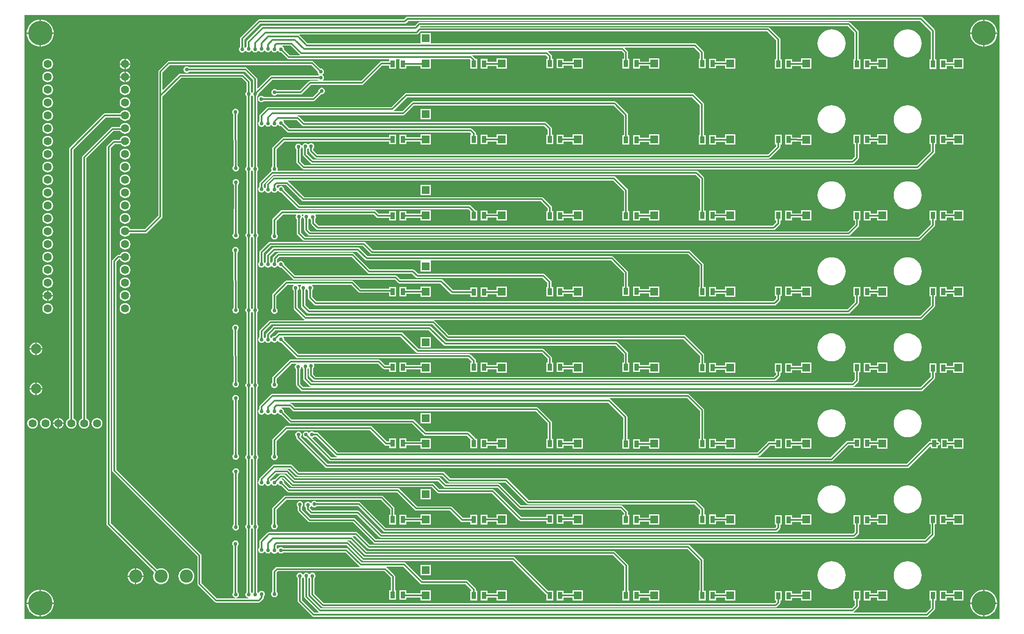
<source format=gbl>
G04*
G04 #@! TF.GenerationSoftware,Altium Limited,Altium Designer,20.1.7 (139)*
G04*
G04 Layer_Physical_Order=2*
G04 Layer_Color=16711680*
%FSLAX25Y25*%
%MOIN*%
G70*
G04*
G04 #@! TF.SameCoordinates,6C4051BD-8A09-42F4-8E10-95B83C559B0F*
G04*
G04*
G04 #@! TF.FilePolarity,Positive*
G04*
G01*
G75*
%ADD13C,0.01000*%
%ADD42C,0.01181*%
%ADD43C,0.06299*%
%ADD44C,0.10236*%
%ADD45C,0.07874*%
%ADD46R,0.06000X0.06000*%
%ADD47C,0.03000*%
%ADD48C,0.18898*%
%ADD49R,0.03347X0.05512*%
G36*
X445321Y-18156D02*
X-311463D01*
Y451227D01*
X445321D01*
Y-18156D01*
D02*
G37*
%LPC*%
G36*
X433571Y447450D02*
Y437508D01*
X443513D01*
X443423Y438648D01*
X443039Y440247D01*
X442410Y441766D01*
X441550Y443168D01*
X440482Y444419D01*
X439231Y445487D01*
X437829Y446347D01*
X436310Y446976D01*
X434711Y447360D01*
X433571Y447450D01*
D02*
G37*
G36*
X432571D02*
X431431Y447360D01*
X429832Y446976D01*
X428312Y446347D01*
X426910Y445487D01*
X425660Y444419D01*
X424591Y443168D01*
X423732Y441766D01*
X423103Y440247D01*
X422719Y438648D01*
X422629Y437508D01*
X432571D01*
Y447450D01*
D02*
G37*
G36*
X-298713D02*
Y437508D01*
X-288771D01*
X-288861Y438648D01*
X-289245Y440247D01*
X-289874Y441766D01*
X-290733Y443168D01*
X-291801Y444419D01*
X-293052Y445487D01*
X-294454Y446347D01*
X-295974Y446976D01*
X-297573Y447360D01*
X-298713Y447450D01*
D02*
G37*
G36*
X-299713D02*
X-300852Y447360D01*
X-302451Y446976D01*
X-303971Y446347D01*
X-305373Y445487D01*
X-306624Y444419D01*
X-307692Y443168D01*
X-308551Y441766D01*
X-309181Y440247D01*
X-309565Y438648D01*
X-309654Y437508D01*
X-299713D01*
Y447450D01*
D02*
G37*
G36*
X443513Y436508D02*
X433571D01*
Y426566D01*
X434711Y426656D01*
X436310Y427040D01*
X437829Y427669D01*
X439231Y428528D01*
X440482Y429597D01*
X441550Y430847D01*
X442410Y432249D01*
X443039Y433769D01*
X443423Y435368D01*
X443513Y436508D01*
D02*
G37*
G36*
X432571D02*
X422629D01*
X422719Y435368D01*
X423103Y433769D01*
X423732Y432249D01*
X424591Y430847D01*
X425660Y429597D01*
X426910Y428528D01*
X428312Y427669D01*
X429832Y427040D01*
X431431Y426656D01*
X432571Y426566D01*
Y436508D01*
D02*
G37*
G36*
X-288771D02*
X-298713D01*
Y426566D01*
X-297573Y426656D01*
X-295974Y427040D01*
X-294454Y427669D01*
X-293052Y428528D01*
X-291801Y429597D01*
X-290733Y430847D01*
X-289874Y432249D01*
X-289245Y433769D01*
X-288861Y435368D01*
X-288771Y436508D01*
D02*
G37*
G36*
X-299713D02*
X-309654D01*
X-309565Y435368D01*
X-309181Y433769D01*
X-308551Y432249D01*
X-307692Y430847D01*
X-306624Y429597D01*
X-305373Y428528D01*
X-303971Y427669D01*
X-302451Y427040D01*
X-300852Y426656D01*
X-299713Y426566D01*
Y436508D01*
D02*
G37*
G36*
X374016Y440010D02*
X372314Y439876D01*
X370655Y439478D01*
X369078Y438825D01*
X367623Y437933D01*
X366325Y436824D01*
X365217Y435527D01*
X364325Y434071D01*
X363672Y432495D01*
X363274Y430835D01*
X363140Y429134D01*
X363274Y427432D01*
X363672Y425773D01*
X364325Y424196D01*
X365217Y422741D01*
X366325Y421443D01*
X367623Y420335D01*
X369078Y419443D01*
X370655Y418790D01*
X372314Y418392D01*
X374016Y418258D01*
X375717Y418392D01*
X377377Y418790D01*
X378953Y419443D01*
X380409Y420335D01*
X381706Y421443D01*
X382815Y422741D01*
X383706Y424196D01*
X384360Y425773D01*
X384758Y427432D01*
X384892Y429134D01*
X384758Y430835D01*
X384360Y432495D01*
X383706Y434071D01*
X382815Y435527D01*
X381706Y436824D01*
X380409Y437933D01*
X378953Y438825D01*
X377377Y439478D01*
X375717Y439876D01*
X374016Y440010D01*
D02*
G37*
G36*
X314961D02*
X313259Y439876D01*
X311600Y439478D01*
X310023Y438825D01*
X308568Y437933D01*
X307270Y436824D01*
X306162Y435527D01*
X305270Y434071D01*
X304617Y432495D01*
X304219Y430835D01*
X304085Y429134D01*
X304219Y427432D01*
X304617Y425773D01*
X305270Y424196D01*
X306162Y422741D01*
X307270Y421443D01*
X308568Y420335D01*
X310023Y419443D01*
X311600Y418790D01*
X313259Y418392D01*
X314961Y418258D01*
X316662Y418392D01*
X318321Y418790D01*
X319898Y419443D01*
X321353Y420335D01*
X322651Y421443D01*
X323760Y422741D01*
X324651Y424196D01*
X325304Y425773D01*
X325703Y427432D01*
X325837Y429134D01*
X325703Y430835D01*
X325304Y432495D01*
X324651Y434071D01*
X323760Y435527D01*
X322651Y436824D01*
X321353Y437933D01*
X319898Y438825D01*
X318321Y439478D01*
X316662Y439876D01*
X314961Y440010D01*
D02*
G37*
G36*
X240220Y417386D02*
X232221D01*
Y415106D01*
X225213D01*
Y417240D01*
X219866D01*
Y409728D01*
X225213D01*
Y411863D01*
X232221D01*
Y409386D01*
X240220D01*
Y417386D01*
D02*
G37*
G36*
X122110D02*
X114110D01*
Y415007D01*
X107102D01*
Y417142D01*
X101756D01*
Y409630D01*
X107102D01*
Y411764D01*
X114110D01*
Y409386D01*
X122110D01*
Y417386D01*
D02*
G37*
G36*
X181165D02*
X173165D01*
Y414909D01*
X166157D01*
Y417043D01*
X160811D01*
Y409531D01*
X166157D01*
Y411666D01*
X173165D01*
Y409386D01*
X181165D01*
Y417386D01*
D02*
G37*
G36*
X63055D02*
X55055D01*
Y414811D01*
X48047D01*
Y416945D01*
X42701D01*
Y409433D01*
X48047D01*
Y411567D01*
X55055D01*
Y409386D01*
X63055D01*
Y417386D01*
D02*
G37*
G36*
X299276D02*
X291276D01*
Y414712D01*
X284268D01*
Y416847D01*
X278921D01*
Y409335D01*
X284268D01*
Y411469D01*
X291276D01*
Y409386D01*
X299276D01*
Y417386D01*
D02*
G37*
G36*
X358331D02*
X350331D01*
Y414614D01*
X345291D01*
Y416748D01*
X339945D01*
Y409236D01*
X345291D01*
Y411370D01*
X350331D01*
Y409386D01*
X358331D01*
Y417386D01*
D02*
G37*
G36*
X417386D02*
X409386D01*
Y414522D01*
X404347D01*
Y416748D01*
X399000D01*
Y409236D01*
X404347D01*
Y411463D01*
X409386D01*
Y409386D01*
X417386D01*
Y417386D01*
D02*
G37*
G36*
X-232807Y417112D02*
Y413492D01*
X-229187D01*
X-229264Y414075D01*
X-229682Y415085D01*
X-230348Y415952D01*
X-231214Y416617D01*
X-232224Y417035D01*
X-232807Y417112D01*
D02*
G37*
G36*
X-233807Y417112D02*
X-234390Y417035D01*
X-235400Y416617D01*
X-236267Y415952D01*
X-236932Y415085D01*
X-237350Y414075D01*
X-237427Y413492D01*
X-233807D01*
Y417112D01*
D02*
G37*
G36*
X384350Y449752D02*
X-14173D01*
X-14794Y449628D01*
X-15320Y449277D01*
X-16912Y447685D01*
X-129035D01*
X-129656Y447561D01*
X-130182Y447210D01*
X-143568Y433824D01*
X-143920Y433298D01*
X-144043Y432677D01*
Y426333D01*
X-144224Y426212D01*
X-144776Y425385D01*
X-144970Y424409D01*
X-144776Y423434D01*
X-144224Y422607D01*
X-143397Y422054D01*
X-142421Y421861D01*
X-141446Y422054D01*
X-140619Y422607D01*
X-140130Y423339D01*
X-139753Y423408D01*
X-139565Y423393D01*
X-139224Y422883D01*
X-138397Y422330D01*
X-137421Y422136D01*
X-136446Y422330D01*
X-135619Y422883D01*
X-135239Y423452D01*
X-135180Y423469D01*
X-134660Y423418D01*
X-134224Y422764D01*
X-133397Y422212D01*
X-132421Y422018D01*
X-131446Y422212D01*
X-130619Y422764D01*
X-130163Y423447D01*
X-129699Y423508D01*
X-129584Y423481D01*
X-129224Y422942D01*
X-128397Y422389D01*
X-127421Y422195D01*
X-126446Y422389D01*
X-125619Y422942D01*
X-125219Y423540D01*
X-125205Y423546D01*
X-124646Y423515D01*
X-124224Y422883D01*
X-123397Y422330D01*
X-122421Y422136D01*
X-121446Y422330D01*
X-120619Y422883D01*
X-120258Y423422D01*
X-120143Y423449D01*
X-119680Y423388D01*
X-119224Y422706D01*
X-118397Y422153D01*
X-117421Y421959D01*
X-116446Y422153D01*
X-115619Y422706D01*
X-115200Y423333D01*
X-114636Y423328D01*
X-114214Y422696D01*
X-113387Y422143D01*
X-112411Y421949D01*
X-112198Y421991D01*
X-107367Y417160D01*
X-106841Y416809D01*
X-106220Y416685D01*
X-28362D01*
Y415007D01*
X-34449D01*
X-35069Y414884D01*
X-35596Y414533D01*
X-50081Y400047D01*
X-79600D01*
X-79745Y400525D01*
X-79694Y400560D01*
X-79141Y401387D01*
X-78947Y402362D01*
X-79141Y403338D01*
X-79694Y404165D01*
X-80081Y404424D01*
Y405025D01*
X-79694Y405284D01*
X-79141Y406111D01*
X-78947Y407087D01*
X-79141Y408062D01*
X-79694Y408889D01*
X-80521Y409442D01*
X-81496Y409636D01*
X-81709Y409593D01*
X-86944Y414828D01*
X-87470Y415179D01*
X-88091Y415303D01*
X-199311D01*
X-199932Y415179D01*
X-200458Y414828D01*
X-207052Y408233D01*
X-207404Y407707D01*
X-207527Y407087D01*
Y388583D01*
Y295160D01*
X-218073Y284614D01*
X-229487D01*
X-229682Y285085D01*
X-230348Y285952D01*
X-231214Y286617D01*
X-232224Y287035D01*
X-233307Y287177D01*
X-234390Y287035D01*
X-235400Y286617D01*
X-236267Y285952D01*
X-236932Y285085D01*
X-237350Y284075D01*
X-237492Y282992D01*
X-237350Y281909D01*
X-236932Y280899D01*
X-236267Y280033D01*
X-235400Y279367D01*
X-234390Y278949D01*
X-233307Y278807D01*
X-232224Y278949D01*
X-231214Y279367D01*
X-230348Y280033D01*
X-229682Y280899D01*
X-229487Y281370D01*
X-217402D01*
X-216781Y281494D01*
X-216255Y281845D01*
X-204759Y293341D01*
X-204407Y293868D01*
X-204284Y294488D01*
Y387911D01*
X-189879Y402315D01*
X-142798D01*
X-139023Y398541D01*
Y391687D01*
X-139204Y391566D01*
X-139757Y390739D01*
X-139951Y389764D01*
X-139757Y388788D01*
X-139204Y387961D01*
X-139023Y387841D01*
Y333419D01*
X-139204Y333298D01*
X-139757Y332471D01*
X-139951Y331496D01*
X-139757Y330521D01*
X-139204Y329694D01*
X-139023Y329573D01*
Y281844D01*
X-139204Y281724D01*
X-139757Y280897D01*
X-139951Y279921D01*
X-139757Y278946D01*
X-139204Y278119D01*
X-139023Y277998D01*
Y223577D01*
X-139204Y223456D01*
X-139757Y222629D01*
X-139951Y221654D01*
X-139757Y220678D01*
X-139204Y219851D01*
X-139023Y219730D01*
Y165309D01*
X-139204Y165188D01*
X-139757Y164361D01*
X-139951Y163386D01*
X-139757Y162410D01*
X-139204Y161583D01*
X-139023Y161463D01*
Y109403D01*
X-139204Y109283D01*
X-139757Y108456D01*
X-139951Y107480D01*
X-139757Y106505D01*
X-139204Y105678D01*
X-139023Y105557D01*
Y55466D01*
X-139204Y55346D01*
X-139757Y54519D01*
X-139951Y53543D01*
X-139757Y52568D01*
X-139204Y51741D01*
X-139023Y51620D01*
Y2710D01*
X-139204Y2590D01*
X-139757Y1763D01*
X-139951Y787D01*
X-139757Y-188D01*
X-139204Y-1015D01*
X-138377Y-1568D01*
X-137658Y-1711D01*
X-137626Y-1717D01*
X-137653Y-1985D01*
X-137653D01*
X-137653Y-1985D01*
X-138057Y-2217D01*
X-146786D01*
X-147190Y-1985D01*
X-147190Y-1985D01*
X-147190D01*
X-147216Y-1717D01*
X-147185Y-1711D01*
X-146466Y-1568D01*
X-145639Y-1015D01*
X-145086Y-188D01*
X-144892Y787D01*
X-145086Y1763D01*
X-145639Y2590D01*
X-146016Y2842D01*
Y38333D01*
X-145835Y38454D01*
X-145283Y39281D01*
X-145089Y40256D01*
X-145283Y41231D01*
X-145835Y42058D01*
X-146662Y42611D01*
X-147638Y42805D01*
X-148613Y42611D01*
X-149440Y42058D01*
X-149993Y41231D01*
X-150187Y40256D01*
X-149993Y39281D01*
X-149440Y38454D01*
X-149259Y38333D01*
Y2566D01*
X-149796Y1763D01*
X-149990Y787D01*
X-149796Y-188D01*
X-149243Y-1015D01*
X-148416Y-1568D01*
X-147697Y-1711D01*
X-147666Y-1717D01*
X-147692Y-1985D01*
X-147692D01*
X-147692Y-1985D01*
X-148096Y-2217D01*
X-162025D01*
X-173969Y9727D01*
Y31102D01*
X-174092Y31723D01*
X-174444Y32249D01*
X-240111Y97916D01*
X-240111Y259171D01*
X-237911Y261370D01*
X-237127D01*
X-236932Y260899D01*
X-236267Y260033D01*
X-235400Y259367D01*
X-234390Y258949D01*
X-233307Y258807D01*
X-232224Y258949D01*
X-231214Y259367D01*
X-230348Y260033D01*
X-229682Y260899D01*
X-229264Y261909D01*
X-229122Y262992D01*
X-229264Y264075D01*
X-229682Y265085D01*
X-230348Y265952D01*
X-231214Y266617D01*
X-232224Y267035D01*
X-233307Y267178D01*
X-234390Y267035D01*
X-235400Y266617D01*
X-236267Y265952D01*
X-236932Y265085D01*
X-237127Y264614D01*
X-238583D01*
X-239203Y264490D01*
X-239729Y264139D01*
X-242879Y260989D01*
X-243231Y260463D01*
X-243354Y259842D01*
X-243354Y97244D01*
X-243231Y96623D01*
X-242879Y96097D01*
X-177212Y30431D01*
Y9055D01*
X-177089Y8434D01*
X-176737Y7908D01*
X-163844Y-4985D01*
X-163318Y-5337D01*
X-162697Y-5460D01*
X-129528D01*
X-128907Y-5337D01*
X-128381Y-4985D01*
X-126117Y-2722D01*
X-125766Y-2195D01*
X-125642Y-1575D01*
Y-742D01*
X-125461Y-621D01*
X-124909Y206D01*
X-124715Y1181D01*
X-124909Y2157D01*
X-125461Y2984D01*
X-126288Y3536D01*
X-127264Y3730D01*
X-128239Y3536D01*
X-129066Y2984D01*
X-129619Y2157D01*
X-129635Y2076D01*
X-130166Y1970D01*
X-130579Y2590D01*
X-130760Y2710D01*
Y51620D01*
X-130579Y51741D01*
X-130027Y52568D01*
X-129833Y53543D01*
X-130027Y54519D01*
X-130579Y55346D01*
X-130760Y55466D01*
Y105557D01*
X-130579Y105678D01*
X-130027Y106505D01*
X-129833Y107480D01*
X-130027Y108456D01*
X-130579Y109283D01*
X-130760Y109403D01*
Y161463D01*
X-130579Y161583D01*
X-130027Y162410D01*
X-129833Y163386D01*
X-130027Y164361D01*
X-130579Y165188D01*
X-130760Y165309D01*
Y219730D01*
X-130579Y219851D01*
X-130027Y220678D01*
X-129833Y221654D01*
X-130027Y222629D01*
X-130579Y223456D01*
X-130760Y223577D01*
Y277998D01*
X-130579Y278119D01*
X-130027Y278946D01*
X-129833Y279921D01*
X-130027Y280897D01*
X-130579Y281724D01*
X-130760Y281844D01*
Y329573D01*
X-130579Y329694D01*
X-130027Y330521D01*
X-129833Y331496D01*
X-130027Y332471D01*
X-130579Y333298D01*
X-130760Y333419D01*
Y387841D01*
X-130579Y387961D01*
X-130027Y388788D01*
X-129833Y389764D01*
X-129875Y389977D01*
X-119112Y400740D01*
X-83668D01*
X-83522Y400547D01*
X-83771Y400047D01*
X-89567D01*
X-90188Y399923D01*
X-90714Y399572D01*
X-97571Y392714D01*
X-115350D01*
X-115471Y392895D01*
X-116298Y393447D01*
X-117274Y393641D01*
X-118249Y393447D01*
X-119076Y392895D01*
X-119629Y392068D01*
X-119823Y391092D01*
X-119629Y390117D01*
X-119076Y389290D01*
X-118249Y388738D01*
X-117274Y388544D01*
X-116298Y388738D01*
X-115471Y389290D01*
X-115350Y389471D01*
X-96900D01*
X-96279Y389594D01*
X-95753Y389946D01*
X-88895Y396803D01*
X-49409D01*
X-48789Y396927D01*
X-48263Y397278D01*
X-33777Y411764D01*
X-28362D01*
Y409433D01*
X-23016D01*
Y416685D01*
X-20291D01*
Y409433D01*
X-14945D01*
Y411567D01*
X-4000D01*
Y409386D01*
X4000D01*
Y416685D01*
X34269D01*
X34630Y416325D01*
Y409433D01*
X39976D01*
Y416945D01*
X38548D01*
X38450Y417092D01*
X36108Y419433D01*
X36113Y419521D01*
X36270Y419933D01*
X93128D01*
X94737Y418324D01*
Y417142D01*
X93685D01*
Y409630D01*
X99032D01*
Y417142D01*
X97980D01*
Y418996D01*
X97856Y419617D01*
X97505Y420143D01*
X95065Y422583D01*
X95222Y423052D01*
X95247Y423083D01*
X151986D01*
X153792Y421277D01*
Y417043D01*
X152740D01*
Y409531D01*
X158087D01*
Y417043D01*
X157035D01*
Y421949D01*
X156912Y422569D01*
X156560Y423096D01*
X154279Y425377D01*
X154470Y425839D01*
X208187D01*
X212650Y421376D01*
Y417240D01*
X211795D01*
Y409728D01*
X217142D01*
Y417240D01*
X215893D01*
Y422047D01*
X215770Y422668D01*
X215418Y423194D01*
X210005Y428607D01*
X209479Y428959D01*
X208858Y429082D01*
X4000D01*
Y437071D01*
X-4000D01*
Y429082D01*
X-91553D01*
X-97947Y435477D01*
X-97942Y435564D01*
X-97785Y435977D01*
X-7087D01*
X-6466Y436100D01*
X-5940Y436452D01*
X-4053Y438339D01*
X265076D01*
X272000Y431415D01*
Y416847D01*
X270850D01*
Y409335D01*
X276197D01*
Y416847D01*
X275244D01*
Y432087D01*
X275120Y432707D01*
X274769Y433233D01*
X266895Y441107D01*
X266369Y441459D01*
X265748Y441582D01*
X-4258D01*
X-4453Y442033D01*
X-4180Y442374D01*
X327478D01*
X332729Y437123D01*
Y416748D01*
X331874D01*
Y409236D01*
X337221D01*
Y416748D01*
X335972D01*
Y437795D01*
X335849Y438416D01*
X335497Y438942D01*
X329296Y445143D01*
X328770Y445494D01*
X328150Y445618D01*
X-4921D01*
X-5542Y445494D01*
X-6068Y445143D01*
X-8447Y442763D01*
X-126476D01*
X-127097Y442640D01*
X-127623Y442288D01*
X-138568Y431344D01*
X-138919Y430818D01*
X-139043Y430197D01*
Y426608D01*
X-139224Y426487D01*
X-139713Y425756D01*
X-140089Y425686D01*
X-140278Y425702D01*
X-140619Y426212D01*
X-140799Y426333D01*
Y432005D01*
X-128364Y444441D01*
X-16240D01*
X-15620Y444565D01*
X-15093Y444916D01*
X-13501Y446508D01*
X383679D01*
X391981Y438206D01*
Y416748D01*
X390929D01*
Y409236D01*
X396276D01*
Y416748D01*
X395224D01*
Y438878D01*
X395101Y439499D01*
X394749Y440025D01*
X385497Y449277D01*
X384971Y449628D01*
X384350Y449752D01*
D02*
G37*
G36*
X-233807Y412492D02*
X-237427D01*
X-237350Y411909D01*
X-236932Y410899D01*
X-236267Y410033D01*
X-235400Y409368D01*
X-234390Y408949D01*
X-233807Y408873D01*
Y412492D01*
D02*
G37*
G36*
X-229187D02*
X-232807D01*
Y408873D01*
X-232224Y408949D01*
X-231214Y409368D01*
X-230348Y410033D01*
X-229682Y410899D01*
X-229264Y411909D01*
X-229187Y412492D01*
D02*
G37*
G36*
X-293307Y417177D02*
X-294390Y417035D01*
X-295400Y416617D01*
X-296267Y415952D01*
X-296932Y415085D01*
X-297350Y414075D01*
X-297493Y412992D01*
X-297350Y411909D01*
X-296932Y410899D01*
X-296267Y410033D01*
X-295400Y409368D01*
X-294390Y408949D01*
X-293307Y408807D01*
X-292224Y408949D01*
X-291214Y409368D01*
X-290348Y410033D01*
X-289682Y410899D01*
X-289264Y411909D01*
X-289122Y412992D01*
X-289264Y414075D01*
X-289682Y415085D01*
X-290348Y415952D01*
X-291214Y416617D01*
X-292224Y417035D01*
X-293307Y417177D01*
D02*
G37*
G36*
X-232807Y407112D02*
Y403492D01*
X-229187D01*
X-229264Y404075D01*
X-229682Y405085D01*
X-230348Y405952D01*
X-231214Y406617D01*
X-232224Y407035D01*
X-232807Y407112D01*
D02*
G37*
G36*
X-233807Y407112D02*
X-234390Y407035D01*
X-235400Y406617D01*
X-236267Y405952D01*
X-236932Y405085D01*
X-237350Y404075D01*
X-237427Y403492D01*
X-233807D01*
Y407112D01*
D02*
G37*
G36*
Y402492D02*
X-237427D01*
X-237350Y401909D01*
X-236932Y400899D01*
X-236267Y400033D01*
X-235400Y399367D01*
X-234390Y398949D01*
X-233807Y398873D01*
Y402492D01*
D02*
G37*
G36*
X-229187D02*
X-232807D01*
Y398872D01*
X-232224Y398949D01*
X-231214Y399367D01*
X-230348Y400033D01*
X-229682Y400899D01*
X-229264Y401909D01*
X-229187Y402492D01*
D02*
G37*
G36*
X-293307Y407177D02*
X-294390Y407035D01*
X-295400Y406617D01*
X-296267Y405952D01*
X-296932Y405085D01*
X-297350Y404075D01*
X-297493Y402992D01*
X-297350Y401909D01*
X-296932Y400899D01*
X-296267Y400033D01*
X-295400Y399367D01*
X-294390Y398949D01*
X-293307Y398807D01*
X-292224Y398949D01*
X-291214Y399367D01*
X-290348Y400033D01*
X-289682Y400899D01*
X-289264Y401909D01*
X-289122Y402992D01*
X-289264Y404075D01*
X-289682Y405085D01*
X-290348Y405952D01*
X-291214Y406617D01*
X-292224Y407035D01*
X-293307Y407177D01*
D02*
G37*
G36*
X-80709Y394675D02*
X-81684Y394481D01*
X-82511Y393928D01*
X-83064Y393101D01*
X-83258Y392126D01*
X-83215Y391913D01*
X-87680Y387449D01*
X-125636D01*
X-125757Y387629D01*
X-126584Y388182D01*
X-127559Y388376D01*
X-128534Y388182D01*
X-129361Y387629D01*
X-129914Y386802D01*
X-130108Y385827D01*
X-129914Y384851D01*
X-129361Y384024D01*
X-128534Y383472D01*
X-127559Y383278D01*
X-126584Y383472D01*
X-125757Y384024D01*
X-125636Y384205D01*
X-87008D01*
X-86387Y384329D01*
X-85861Y384680D01*
X-80922Y389619D01*
X-80709Y389577D01*
X-79733Y389771D01*
X-78906Y390324D01*
X-78354Y391150D01*
X-78160Y392126D01*
X-78354Y393101D01*
X-78906Y393928D01*
X-79733Y394481D01*
X-80709Y394675D01*
D02*
G37*
G36*
X-233307Y397178D02*
X-234390Y397035D01*
X-235400Y396617D01*
X-236267Y395952D01*
X-236932Y395085D01*
X-237350Y394075D01*
X-237492Y392992D01*
X-237350Y391909D01*
X-236932Y390899D01*
X-236267Y390033D01*
X-235400Y389368D01*
X-234390Y388949D01*
X-233307Y388807D01*
X-232224Y388949D01*
X-231214Y389368D01*
X-230348Y390033D01*
X-229682Y390899D01*
X-229264Y391909D01*
X-229122Y392992D01*
X-229264Y394075D01*
X-229682Y395085D01*
X-230348Y395952D01*
X-231214Y396617D01*
X-232224Y397035D01*
X-233307Y397178D01*
D02*
G37*
G36*
X-293307D02*
X-294390Y397035D01*
X-295400Y396617D01*
X-296267Y395952D01*
X-296932Y395085D01*
X-297350Y394075D01*
X-297493Y392992D01*
X-297350Y391909D01*
X-296932Y390899D01*
X-296267Y390033D01*
X-295400Y389368D01*
X-294390Y388949D01*
X-293307Y388807D01*
X-292224Y388949D01*
X-291214Y389368D01*
X-290348Y390033D01*
X-289682Y390899D01*
X-289264Y391909D01*
X-289122Y392992D01*
X-289264Y394075D01*
X-289682Y395085D01*
X-290348Y395952D01*
X-291214Y396617D01*
X-292224Y397035D01*
X-293307Y397178D01*
D02*
G37*
G36*
X-233307Y387177D02*
X-234390Y387035D01*
X-235400Y386617D01*
X-236267Y385952D01*
X-236932Y385085D01*
X-237350Y384075D01*
X-237492Y382992D01*
X-237350Y381909D01*
X-236932Y380899D01*
X-236267Y380033D01*
X-235400Y379367D01*
X-234390Y378949D01*
X-233307Y378807D01*
X-232224Y378949D01*
X-231214Y379367D01*
X-230348Y380033D01*
X-229682Y380899D01*
X-229264Y381909D01*
X-229122Y382992D01*
X-229264Y384075D01*
X-229682Y385085D01*
X-230348Y385952D01*
X-231214Y386617D01*
X-232224Y387035D01*
X-233307Y387177D01*
D02*
G37*
G36*
X-293307D02*
X-294390Y387035D01*
X-295400Y386617D01*
X-296267Y385952D01*
X-296932Y385085D01*
X-297350Y384075D01*
X-297493Y382992D01*
X-297350Y381909D01*
X-296932Y380899D01*
X-296267Y380033D01*
X-295400Y379367D01*
X-294390Y378949D01*
X-293307Y378807D01*
X-292224Y378949D01*
X-291214Y379367D01*
X-290348Y380033D01*
X-289682Y380899D01*
X-289264Y381909D01*
X-289122Y382992D01*
X-289264Y384075D01*
X-289682Y385085D01*
X-290348Y385952D01*
X-291214Y386617D01*
X-292224Y387035D01*
X-293307Y387177D01*
D02*
G37*
G36*
X4000Y378016D02*
X-4000D01*
Y370016D01*
X4000D01*
Y378016D01*
D02*
G37*
G36*
X-233307Y377178D02*
X-234390Y377035D01*
X-235400Y376617D01*
X-236267Y375952D01*
X-236932Y375085D01*
X-237127Y374614D01*
X-249055D01*
X-249676Y374490D01*
X-250202Y374139D01*
X-276265Y348076D01*
X-276616Y347550D01*
X-276740Y346929D01*
Y137678D01*
X-277211Y137483D01*
X-278078Y136818D01*
X-278743Y135951D01*
X-279161Y134941D01*
X-279304Y133858D01*
X-279161Y132775D01*
X-278743Y131766D01*
X-278078Y130899D01*
X-277211Y130234D01*
X-276201Y129815D01*
X-275118Y129673D01*
X-274035Y129815D01*
X-273025Y130234D01*
X-272159Y130899D01*
X-271493Y131766D01*
X-271075Y132775D01*
X-270933Y133858D01*
X-271075Y134941D01*
X-271493Y135951D01*
X-272159Y136818D01*
X-273025Y137483D01*
X-273496Y137678D01*
Y346257D01*
X-248383Y371370D01*
X-237127D01*
X-236932Y370899D01*
X-236267Y370033D01*
X-235400Y369368D01*
X-234390Y368949D01*
X-233307Y368807D01*
X-232224Y368949D01*
X-231214Y369368D01*
X-230348Y370033D01*
X-229682Y370899D01*
X-229264Y371909D01*
X-229122Y372992D01*
X-229264Y374075D01*
X-229682Y375085D01*
X-230348Y375952D01*
X-231214Y376617D01*
X-232224Y377035D01*
X-233307Y377178D01*
D02*
G37*
G36*
X-293307D02*
X-294390Y377035D01*
X-295400Y376617D01*
X-296267Y375952D01*
X-296932Y375085D01*
X-297350Y374075D01*
X-297493Y372992D01*
X-297350Y371909D01*
X-296932Y370899D01*
X-296267Y370033D01*
X-295400Y369368D01*
X-294390Y368949D01*
X-293307Y368807D01*
X-292224Y368949D01*
X-291214Y369368D01*
X-290348Y370033D01*
X-289682Y370899D01*
X-289264Y371909D01*
X-289122Y372992D01*
X-289264Y374075D01*
X-289682Y375085D01*
X-290348Y375952D01*
X-291214Y376617D01*
X-292224Y377035D01*
X-293307Y377178D01*
D02*
G37*
G36*
X374016Y380955D02*
X372314Y380821D01*
X370655Y380422D01*
X369078Y379769D01*
X367623Y378878D01*
X366325Y377769D01*
X365217Y376471D01*
X364325Y375016D01*
X363672Y373440D01*
X363274Y371780D01*
X363140Y370079D01*
X363274Y368377D01*
X363672Y366718D01*
X364325Y365141D01*
X365217Y363686D01*
X366325Y362388D01*
X367623Y361280D01*
X369078Y360388D01*
X370655Y359735D01*
X372314Y359337D01*
X374016Y359203D01*
X375717Y359337D01*
X377377Y359735D01*
X378953Y360388D01*
X380409Y361280D01*
X381706Y362388D01*
X382815Y363686D01*
X383706Y365141D01*
X384360Y366718D01*
X384758Y368377D01*
X384892Y370079D01*
X384758Y371780D01*
X384360Y373440D01*
X383706Y375016D01*
X382815Y376471D01*
X381706Y377769D01*
X380409Y378878D01*
X378953Y379769D01*
X377377Y380422D01*
X375717Y380821D01*
X374016Y380955D01*
D02*
G37*
G36*
X314961D02*
X313259Y380821D01*
X311600Y380422D01*
X310023Y379769D01*
X308568Y378878D01*
X307270Y377769D01*
X306162Y376471D01*
X305270Y375016D01*
X304617Y373440D01*
X304219Y371780D01*
X304085Y370079D01*
X304219Y368377D01*
X304617Y366718D01*
X305270Y365141D01*
X306162Y363686D01*
X307270Y362388D01*
X308568Y361280D01*
X310023Y360388D01*
X311600Y359735D01*
X313259Y359337D01*
X314961Y359203D01*
X316662Y359337D01*
X318321Y359735D01*
X319898Y360388D01*
X321353Y361280D01*
X322651Y362388D01*
X323760Y363686D01*
X324651Y365141D01*
X325304Y366718D01*
X325703Y368377D01*
X325837Y370079D01*
X325703Y371780D01*
X325304Y373440D01*
X324651Y375016D01*
X323760Y376471D01*
X322651Y377769D01*
X321353Y378878D01*
X319898Y379769D01*
X318321Y380422D01*
X316662Y380821D01*
X314961Y380955D01*
D02*
G37*
G36*
X-233307Y367178D02*
X-234390Y367035D01*
X-235400Y366617D01*
X-236267Y365952D01*
X-236932Y365085D01*
X-237290Y364220D01*
X-242913D01*
X-243534Y364097D01*
X-244060Y363745D01*
X-266265Y341540D01*
X-266616Y341014D01*
X-266740Y340394D01*
Y137678D01*
X-267211Y137483D01*
X-268078Y136818D01*
X-268743Y135951D01*
X-269161Y134941D01*
X-269303Y133858D01*
X-269161Y132775D01*
X-268743Y131766D01*
X-268078Y130899D01*
X-267211Y130234D01*
X-266201Y129815D01*
X-265118Y129673D01*
X-264035Y129815D01*
X-263025Y130234D01*
X-262159Y130899D01*
X-261493Y131766D01*
X-261075Y132775D01*
X-260933Y133858D01*
X-261075Y134941D01*
X-261493Y135951D01*
X-262159Y136818D01*
X-263025Y137483D01*
X-263496Y137678D01*
Y339722D01*
X-242242Y360977D01*
X-236964D01*
X-236932Y360899D01*
X-236267Y360033D01*
X-235400Y359367D01*
X-234390Y358949D01*
X-233307Y358807D01*
X-232224Y358949D01*
X-231214Y359367D01*
X-230348Y360033D01*
X-229682Y360899D01*
X-229264Y361909D01*
X-229122Y362992D01*
X-229264Y364075D01*
X-229682Y365085D01*
X-230348Y365952D01*
X-231214Y366617D01*
X-232224Y367035D01*
X-233307Y367178D01*
D02*
G37*
G36*
X-293307D02*
X-294390Y367035D01*
X-295400Y366617D01*
X-296267Y365952D01*
X-296932Y365085D01*
X-297350Y364075D01*
X-297493Y362992D01*
X-297350Y361909D01*
X-296932Y360899D01*
X-296267Y360033D01*
X-295400Y359367D01*
X-294390Y358949D01*
X-293307Y358807D01*
X-292224Y358949D01*
X-291214Y359367D01*
X-290348Y360033D01*
X-289682Y360899D01*
X-289264Y361909D01*
X-289122Y362992D01*
X-289264Y364075D01*
X-289682Y365085D01*
X-290348Y365952D01*
X-291214Y366617D01*
X-292224Y367035D01*
X-293307Y367178D01*
D02*
G37*
G36*
X122110Y358331D02*
X114110D01*
Y356051D01*
X107102D01*
Y358185D01*
X101756D01*
Y350673D01*
X107102D01*
Y352807D01*
X114110D01*
Y350331D01*
X122110D01*
Y358331D01*
D02*
G37*
G36*
X63055D02*
X55055D01*
Y356051D01*
X48047D01*
Y358185D01*
X42701D01*
Y350673D01*
X48047D01*
Y352807D01*
X55055D01*
Y350331D01*
X63055D01*
Y358331D01*
D02*
G37*
G36*
X4000D02*
X-4000D01*
Y356051D01*
X-14945D01*
Y358185D01*
X-20291D01*
Y350673D01*
X-14945D01*
Y352807D01*
X-4000D01*
Y350331D01*
X4000D01*
Y358331D01*
D02*
G37*
G36*
X417386D02*
X409386D01*
Y356341D01*
X409031Y355989D01*
X404347Y356028D01*
Y358185D01*
X399000D01*
Y350673D01*
X404347D01*
Y352430D01*
X404702Y352782D01*
X409386Y352743D01*
Y350331D01*
X417386D01*
Y358331D01*
D02*
G37*
G36*
X358331D02*
X350331D01*
Y356341D01*
X349976Y355989D01*
X345291Y356028D01*
Y358185D01*
X339945D01*
Y350673D01*
X345291D01*
Y352430D01*
X345646Y352782D01*
X350331Y352743D01*
Y350331D01*
X358331D01*
Y358331D01*
D02*
G37*
G36*
X299276Y358232D02*
X291276D01*
Y356238D01*
X290921Y355885D01*
X284268Y355933D01*
Y358087D01*
X278921D01*
Y350575D01*
X284268D01*
Y352335D01*
X284623Y352687D01*
X291276Y352639D01*
Y350232D01*
X299276D01*
Y358232D01*
D02*
G37*
G36*
X240220Y358331D02*
X232221D01*
Y355657D01*
X225213D01*
Y357791D01*
X219866D01*
Y350279D01*
X225213D01*
Y352414D01*
X232221D01*
Y350331D01*
X240220D01*
Y358331D01*
D02*
G37*
G36*
X181165D02*
X173165D01*
Y355657D01*
X166157D01*
Y357791D01*
X160811D01*
Y350279D01*
X166157D01*
Y352414D01*
X173165D01*
Y350331D01*
X181165D01*
Y358331D01*
D02*
G37*
G36*
X-23016Y358185D02*
X-28362D01*
Y356051D01*
X-110335D01*
X-110955Y355927D01*
X-111481Y355576D01*
X-118568Y348489D01*
X-118920Y347963D01*
X-119043Y347342D01*
Y333518D01*
X-119224Y333397D01*
X-119776Y332570D01*
X-119970Y331594D01*
X-119776Y330619D01*
X-119665Y330452D01*
X-119840Y329814D01*
X-120084Y329651D01*
X-128607Y321127D01*
X-128959Y320601D01*
X-129082Y319980D01*
Y317546D01*
X-129224Y317452D01*
X-129776Y316625D01*
X-129970Y315650D01*
X-129776Y314674D01*
X-129224Y313847D01*
X-128397Y313295D01*
X-127421Y313101D01*
X-126446Y313295D01*
X-125619Y313847D01*
X-125220Y314444D01*
X-124697Y314379D01*
X-124145Y313552D01*
X-123318Y312999D01*
X-122343Y312805D01*
X-121367Y312999D01*
X-120540Y313552D01*
X-120117Y314186D01*
X-119566Y314229D01*
X-119538Y314220D01*
X-119224Y313749D01*
X-118397Y313196D01*
X-117421Y313002D01*
X-116446Y313196D01*
X-115619Y313749D01*
X-115146Y314456D01*
X-114728Y314522D01*
X-114572Y314497D01*
X-114204Y313946D01*
X-113377Y313393D01*
X-112402Y313199D01*
X-112188Y313241D01*
X-99670Y300723D01*
X-99144Y300372D01*
X-98524Y300248D01*
X33088D01*
X34630Y298707D01*
Y291520D01*
X39976D01*
Y299031D01*
X38745D01*
X38450Y299474D01*
X34907Y303017D01*
X34380Y303368D01*
X33760Y303492D01*
X-97852D01*
X-109895Y315535D01*
X-109853Y315748D01*
X-110047Y316723D01*
X-110599Y317550D01*
X-111426Y318103D01*
X-112402Y318297D01*
X-113377Y318103D01*
X-114204Y317550D01*
X-114676Y316843D01*
X-115095Y316777D01*
X-115251Y316803D01*
X-115619Y317354D01*
X-115701Y317408D01*
Y318324D01*
X-115076Y318949D01*
X-108349D01*
X-96226Y306826D01*
X-95699Y306474D01*
X-95079Y306351D01*
X89289D01*
X94737Y300903D01*
Y298835D01*
X93685D01*
Y291323D01*
X99032D01*
Y298835D01*
X97980D01*
Y301575D01*
X97856Y302195D01*
X97505Y302722D01*
X91107Y309119D01*
X90581Y309471D01*
X89961Y309594D01*
X-94407D01*
X-106530Y321718D01*
X-107057Y322069D01*
X-107166Y322091D01*
X-107117Y322591D01*
X145391D01*
X153795Y314188D01*
Y306114D01*
X153792Y306100D01*
Y298933D01*
X152740D01*
Y291421D01*
X158087D01*
Y298933D01*
X157035D01*
Y306088D01*
X157038Y306102D01*
Y314859D01*
X156915Y315480D01*
X156563Y316006D01*
X147210Y325359D01*
X146684Y325711D01*
X146063Y325834D01*
X-117717D01*
X-118337Y325711D01*
X-118863Y325359D01*
X-123489Y320733D01*
X-123841Y320207D01*
X-123964Y319587D01*
Y317278D01*
X-124145Y317157D01*
X-124544Y316560D01*
X-125066Y316625D01*
X-125619Y317452D01*
X-125839Y317599D01*
Y319309D01*
X-118265Y326882D01*
X209407D01*
X212847Y323442D01*
Y299031D01*
X211795D01*
Y291520D01*
X217142D01*
Y299031D01*
X216090D01*
Y324114D01*
X215967Y324735D01*
X215615Y325261D01*
X211226Y329651D01*
X210699Y330002D01*
X210079Y330126D01*
X-114866D01*
X-115101Y330567D01*
X-115066Y330619D01*
X-114872Y331594D01*
X-115066Y332570D01*
X-115619Y333397D01*
X-115799Y333518D01*
Y346671D01*
X-109663Y352807D01*
X-28362D01*
Y350673D01*
X-23016D01*
Y358185D01*
D02*
G37*
G36*
X207382Y390401D02*
X-15157D01*
X-15778Y390278D01*
X-16304Y389926D01*
X-26656Y379574D01*
X-122146D01*
X-122766Y379451D01*
X-123292Y379099D01*
X-128568Y373824D01*
X-128919Y373298D01*
X-129043Y372677D01*
Y368596D01*
X-129224Y368476D01*
X-129776Y367649D01*
X-129970Y366673D01*
X-129776Y365698D01*
X-129224Y364871D01*
X-128397Y364318D01*
X-127421Y364124D01*
X-126446Y364318D01*
X-125619Y364871D01*
X-125097Y365652D01*
X-124846Y365712D01*
X-124550Y365732D01*
X-124145Y365127D01*
X-123318Y364574D01*
X-122343Y364380D01*
X-121367Y364574D01*
X-120540Y365127D01*
X-120203Y365632D01*
X-119614Y365613D01*
X-119224Y365028D01*
X-118397Y364476D01*
X-117421Y364282D01*
X-116446Y364476D01*
X-115619Y365028D01*
X-115066Y365855D01*
X-114542Y365928D01*
X-114204Y365422D01*
X-113377Y364869D01*
X-112402Y364675D01*
X-112188Y364718D01*
X-107643Y360172D01*
X-107117Y359821D01*
X-106496Y359697D01*
X34269D01*
X35281Y358685D01*
X35074Y358185D01*
X34630D01*
Y350673D01*
X39976D01*
Y358185D01*
X38925D01*
Y358957D01*
X38801Y359577D01*
X38450Y360103D01*
X36088Y362466D01*
X35561Y362817D01*
X34941Y362941D01*
X-105824D01*
X-109895Y367011D01*
X-109853Y367224D01*
X-110047Y368200D01*
X-110542Y368941D01*
X-110388Y369441D01*
X-100180D01*
X-95930Y365192D01*
X-95404Y364840D01*
X-94784Y364717D01*
X91946D01*
X94540Y362123D01*
Y358185D01*
X93685D01*
Y350673D01*
X99032D01*
Y358185D01*
X97783D01*
Y362795D01*
X97660Y363416D01*
X97308Y363942D01*
X93765Y367485D01*
X93239Y367837D01*
X92618Y367960D01*
X-94112D01*
X-98361Y372210D01*
X-98887Y372561D01*
X-99508Y372685D01*
X-99500Y373181D01*
X-17421D01*
X-16801Y373305D01*
X-16274Y373656D01*
X-9171Y380760D01*
X145883D01*
X153792Y372852D01*
Y357791D01*
X152740D01*
Y350279D01*
X158087D01*
Y357791D01*
X157035D01*
Y373524D01*
X156912Y374144D01*
X156560Y374670D01*
X147702Y383529D01*
X147176Y383880D01*
X146555Y384004D01*
X-9843D01*
X-10463Y383880D01*
X-10989Y383529D01*
X-18093Y376425D01*
X-24537D01*
X-24561Y376456D01*
X-24719Y376925D01*
X-14486Y387158D01*
X206710D01*
X212650Y381218D01*
Y357791D01*
X211795D01*
Y350279D01*
X217142D01*
Y357791D01*
X215893D01*
Y381890D01*
X215770Y382510D01*
X215418Y383036D01*
X208529Y389926D01*
X208002Y390278D01*
X207382Y390401D01*
D02*
G37*
G36*
X-233307Y357177D02*
X-234390Y357035D01*
X-235400Y356617D01*
X-236267Y355952D01*
X-236932Y355085D01*
X-237350Y354075D01*
X-237362Y353984D01*
X-242126D01*
X-242747Y353860D01*
X-243273Y353509D01*
X-247210Y349572D01*
X-247561Y349046D01*
X-247685Y348425D01*
X-247685Y55512D01*
X-247561Y54891D01*
X-247210Y54365D01*
X-210831Y17987D01*
X-211192Y17313D01*
X-211541Y16160D01*
X-211660Y14961D01*
X-211541Y13761D01*
X-211192Y12608D01*
X-210623Y11545D01*
X-209859Y10614D01*
X-208927Y9849D01*
X-207864Y9281D01*
X-206711Y8931D01*
X-205512Y8813D01*
X-204312Y8931D01*
X-203159Y9281D01*
X-202096Y9849D01*
X-201165Y10614D01*
X-200400Y11545D01*
X-199832Y12608D01*
X-199482Y13761D01*
X-199364Y14961D01*
X-199482Y16160D01*
X-199832Y17313D01*
X-200400Y18376D01*
X-201165Y19308D01*
X-202096Y20072D01*
X-203159Y20640D01*
X-204312Y20990D01*
X-205512Y21108D01*
X-206711Y20990D01*
X-207864Y20640D01*
X-208538Y20280D01*
X-244441Y56183D01*
X-244441Y347754D01*
X-241454Y350741D01*
X-236810D01*
X-236267Y350033D01*
X-235400Y349367D01*
X-234390Y348949D01*
X-233307Y348807D01*
X-232224Y348949D01*
X-231214Y349367D01*
X-230348Y350033D01*
X-229682Y350899D01*
X-229264Y351909D01*
X-229122Y352992D01*
X-229264Y354075D01*
X-229682Y355085D01*
X-230348Y355952D01*
X-231214Y356617D01*
X-232224Y357035D01*
X-233307Y357177D01*
D02*
G37*
G36*
X-293307D02*
X-294390Y357035D01*
X-295400Y356617D01*
X-296267Y355952D01*
X-296932Y355085D01*
X-297350Y354075D01*
X-297493Y352992D01*
X-297350Y351909D01*
X-296932Y350899D01*
X-296267Y350033D01*
X-295400Y349367D01*
X-294390Y348949D01*
X-293307Y348807D01*
X-292224Y348949D01*
X-291214Y349367D01*
X-290348Y350033D01*
X-289682Y350899D01*
X-289264Y351909D01*
X-289122Y352992D01*
X-289264Y354075D01*
X-289682Y355085D01*
X-290348Y355952D01*
X-291214Y356617D01*
X-292224Y357035D01*
X-293307Y357177D01*
D02*
G37*
G36*
X-233307Y347178D02*
X-234390Y347035D01*
X-235400Y346617D01*
X-236267Y345952D01*
X-236932Y345085D01*
X-237350Y344075D01*
X-237492Y342992D01*
X-237350Y341909D01*
X-236932Y340899D01*
X-236267Y340033D01*
X-235400Y339368D01*
X-234390Y338949D01*
X-233307Y338807D01*
X-232224Y338949D01*
X-231214Y339368D01*
X-230348Y340033D01*
X-229682Y340899D01*
X-229264Y341909D01*
X-229122Y342992D01*
X-229264Y344075D01*
X-229682Y345085D01*
X-230348Y345952D01*
X-231214Y346617D01*
X-232224Y347035D01*
X-233307Y347178D01*
D02*
G37*
G36*
X-293307D02*
X-294390Y347035D01*
X-295400Y346617D01*
X-296267Y345952D01*
X-296932Y345085D01*
X-297350Y344075D01*
X-297493Y342992D01*
X-297350Y341909D01*
X-296932Y340899D01*
X-296267Y340033D01*
X-295400Y339368D01*
X-294390Y338949D01*
X-293307Y338807D01*
X-292224Y338949D01*
X-291214Y339368D01*
X-290348Y340033D01*
X-289682Y340899D01*
X-289264Y341909D01*
X-289122Y342992D01*
X-289264Y344075D01*
X-289682Y345085D01*
X-290348Y345952D01*
X-291214Y346617D01*
X-292224Y347035D01*
X-293307Y347178D01*
D02*
G37*
G36*
X396276Y358185D02*
X390929D01*
Y350673D01*
X392079D01*
Y345455D01*
X381021Y334397D01*
X-94013D01*
X-97197Y337581D01*
Y346699D01*
X-97017Y346820D01*
X-96464Y347647D01*
X-96328Y348330D01*
X-95818D01*
X-95761Y348040D01*
X-95224Y347237D01*
Y342520D01*
X-95101Y341899D01*
X-94749Y341373D01*
X-89237Y335861D01*
X-88711Y335510D01*
X-88090Y335386D01*
X331299D01*
X331920Y335510D01*
X332446Y335861D01*
X335694Y339109D01*
X336046Y339635D01*
X336169Y340256D01*
Y350673D01*
X337221D01*
Y358185D01*
X331874D01*
Y350673D01*
X332926D01*
Y340928D01*
X330627Y338630D01*
X-87419D01*
X-91981Y343191D01*
Y346961D01*
X-91603Y347213D01*
X-91445Y347450D01*
X-90942Y347479D01*
X-90786Y347322D01*
X-90779Y347312D01*
X-90769Y347305D01*
X-90598Y347134D01*
Y345276D01*
X-90475Y344655D01*
X-90123Y344129D01*
X-85989Y339995D01*
X-85463Y339644D01*
X-84842Y339520D01*
X266142D01*
X266762Y339644D01*
X267288Y339995D01*
X274670Y347377D01*
X275022Y347903D01*
X275145Y348524D01*
Y350575D01*
X276197D01*
Y358087D01*
X270850D01*
Y350575D01*
X271902D01*
Y349195D01*
X265470Y342763D01*
X-84171D01*
X-87355Y345947D01*
Y347191D01*
X-87174Y347312D01*
X-86621Y348139D01*
X-86427Y349114D01*
X-86621Y350090D01*
X-87174Y350917D01*
X-88001Y351469D01*
X-88976Y351663D01*
X-89952Y351469D01*
X-90779Y350917D01*
X-90974Y350625D01*
X-91474D01*
X-91603Y350818D01*
X-92430Y351371D01*
X-93405Y351565D01*
X-94381Y351371D01*
X-95208Y350818D01*
X-95761Y349991D01*
X-95897Y349307D01*
X-96406D01*
X-96464Y349598D01*
X-97017Y350424D01*
X-97843Y350977D01*
X-98819Y351171D01*
X-99794Y350977D01*
X-100621Y350424D01*
X-101174Y349598D01*
X-101368Y348622D01*
X-101174Y347647D01*
X-100621Y346820D01*
X-100441Y346699D01*
Y336910D01*
X-100317Y336289D01*
X-99966Y335763D01*
X-95832Y331629D01*
X-95306Y331277D01*
X-94685Y331154D01*
X381693D01*
X382313Y331277D01*
X382840Y331629D01*
X394847Y343637D01*
X395199Y344163D01*
X395322Y344783D01*
Y350673D01*
X396276D01*
Y358185D01*
D02*
G37*
G36*
X-147638Y378336D02*
X-148613Y378142D01*
X-149440Y377590D01*
X-149993Y376763D01*
X-150187Y375787D01*
X-149993Y374812D01*
X-149440Y373985D01*
X-149255Y373861D01*
X-149156Y333954D01*
X-149224Y333909D01*
X-149776Y333082D01*
X-149970Y332106D01*
X-149776Y331131D01*
X-149224Y330304D01*
X-148397Y329751D01*
X-147421Y329557D01*
X-146446Y329751D01*
X-145619Y330304D01*
X-145066Y331131D01*
X-144872Y332106D01*
X-145066Y333082D01*
X-145619Y333909D01*
X-145913Y334105D01*
X-146011Y373868D01*
X-145835Y373985D01*
X-145283Y374812D01*
X-145089Y375787D01*
X-145283Y376763D01*
X-145835Y377590D01*
X-146662Y378142D01*
X-147638Y378336D01*
D02*
G37*
G36*
X-233307Y337177D02*
X-234390Y337035D01*
X-235400Y336617D01*
X-236267Y335952D01*
X-236932Y335085D01*
X-237350Y334075D01*
X-237492Y332992D01*
X-237350Y331909D01*
X-236932Y330899D01*
X-236267Y330033D01*
X-235400Y329367D01*
X-234390Y328949D01*
X-233307Y328807D01*
X-232224Y328949D01*
X-231214Y329367D01*
X-230348Y330033D01*
X-229682Y330899D01*
X-229264Y331909D01*
X-229122Y332992D01*
X-229264Y334075D01*
X-229682Y335085D01*
X-230348Y335952D01*
X-231214Y336617D01*
X-232224Y337035D01*
X-233307Y337177D01*
D02*
G37*
G36*
X-293307D02*
X-294390Y337035D01*
X-295400Y336617D01*
X-296267Y335952D01*
X-296932Y335085D01*
X-297350Y334075D01*
X-297493Y332992D01*
X-297350Y331909D01*
X-296932Y330899D01*
X-296267Y330033D01*
X-295400Y329367D01*
X-294390Y328949D01*
X-293307Y328807D01*
X-292224Y328949D01*
X-291214Y329367D01*
X-290348Y330033D01*
X-289682Y330899D01*
X-289264Y331909D01*
X-289122Y332992D01*
X-289264Y334075D01*
X-289682Y335085D01*
X-290348Y335952D01*
X-291214Y336617D01*
X-292224Y337035D01*
X-293307Y337177D01*
D02*
G37*
G36*
X-233307Y327178D02*
X-234390Y327035D01*
X-235400Y326617D01*
X-236267Y325952D01*
X-236932Y325085D01*
X-237350Y324075D01*
X-237492Y322992D01*
X-237350Y321909D01*
X-236932Y320899D01*
X-236267Y320033D01*
X-235400Y319368D01*
X-234390Y318949D01*
X-233307Y318807D01*
X-232224Y318949D01*
X-231214Y319368D01*
X-230348Y320033D01*
X-229682Y320899D01*
X-229264Y321909D01*
X-229122Y322992D01*
X-229264Y324075D01*
X-229682Y325085D01*
X-230348Y325952D01*
X-231214Y326617D01*
X-232224Y327035D01*
X-233307Y327178D01*
D02*
G37*
G36*
X-293307D02*
X-294390Y327035D01*
X-295400Y326617D01*
X-296267Y325952D01*
X-296932Y325085D01*
X-297350Y324075D01*
X-297493Y322992D01*
X-297350Y321909D01*
X-296932Y320899D01*
X-296267Y320033D01*
X-295400Y319368D01*
X-294390Y318949D01*
X-293307Y318807D01*
X-292224Y318949D01*
X-291214Y319368D01*
X-290348Y320033D01*
X-289682Y320899D01*
X-289264Y321909D01*
X-289122Y322992D01*
X-289264Y324075D01*
X-289682Y325085D01*
X-290348Y325952D01*
X-291214Y326617D01*
X-292224Y327035D01*
X-293307Y327178D01*
D02*
G37*
G36*
X4000Y318961D02*
X-4000D01*
Y310961D01*
X4000D01*
Y318961D01*
D02*
G37*
G36*
X-233307Y317178D02*
X-234390Y317035D01*
X-235400Y316617D01*
X-236267Y315952D01*
X-236932Y315085D01*
X-237350Y314075D01*
X-237492Y312992D01*
X-237350Y311909D01*
X-236932Y310899D01*
X-236267Y310033D01*
X-235400Y309367D01*
X-234390Y308949D01*
X-233307Y308807D01*
X-232224Y308949D01*
X-231214Y309367D01*
X-230348Y310033D01*
X-229682Y310899D01*
X-229264Y311909D01*
X-229122Y312992D01*
X-229264Y314075D01*
X-229682Y315085D01*
X-230348Y315952D01*
X-231214Y316617D01*
X-232224Y317035D01*
X-233307Y317178D01*
D02*
G37*
G36*
X-293307D02*
X-294390Y317035D01*
X-295400Y316617D01*
X-296267Y315952D01*
X-296932Y315085D01*
X-297350Y314075D01*
X-297493Y312992D01*
X-297350Y311909D01*
X-296932Y310899D01*
X-296267Y310033D01*
X-295400Y309367D01*
X-294390Y308949D01*
X-293307Y308807D01*
X-292224Y308949D01*
X-291214Y309367D01*
X-290348Y310033D01*
X-289682Y310899D01*
X-289264Y311909D01*
X-289122Y312992D01*
X-289264Y314075D01*
X-289682Y315085D01*
X-290348Y315952D01*
X-291214Y316617D01*
X-292224Y317035D01*
X-293307Y317178D01*
D02*
G37*
G36*
X374016Y321900D02*
X372314Y321766D01*
X370655Y321367D01*
X369078Y320714D01*
X367623Y319823D01*
X366325Y318714D01*
X365217Y317416D01*
X364325Y315961D01*
X363672Y314385D01*
X363274Y312725D01*
X363140Y311024D01*
X363274Y309322D01*
X363672Y307663D01*
X364325Y306086D01*
X365217Y304631D01*
X366325Y303333D01*
X367623Y302225D01*
X369078Y301333D01*
X370655Y300680D01*
X372314Y300282D01*
X374016Y300148D01*
X375717Y300282D01*
X377377Y300680D01*
X378953Y301333D01*
X380409Y302225D01*
X381706Y303333D01*
X382815Y304631D01*
X383706Y306086D01*
X384360Y307663D01*
X384758Y309322D01*
X384892Y311024D01*
X384758Y312725D01*
X384360Y314385D01*
X383706Y315961D01*
X382815Y317416D01*
X381706Y318714D01*
X380409Y319823D01*
X378953Y320714D01*
X377377Y321367D01*
X375717Y321766D01*
X374016Y321900D01*
D02*
G37*
G36*
X314961D02*
X313259Y321766D01*
X311600Y321367D01*
X310023Y320714D01*
X308568Y319823D01*
X307270Y318714D01*
X306162Y317416D01*
X305270Y315961D01*
X304617Y314385D01*
X304219Y312725D01*
X304085Y311024D01*
X304219Y309322D01*
X304617Y307663D01*
X305270Y306086D01*
X306162Y304631D01*
X307270Y303333D01*
X308568Y302225D01*
X310023Y301333D01*
X311600Y300680D01*
X313259Y300282D01*
X314961Y300148D01*
X316662Y300282D01*
X318321Y300680D01*
X319898Y301333D01*
X321353Y302225D01*
X322651Y303333D01*
X323760Y304631D01*
X324651Y306086D01*
X325304Y307663D01*
X325703Y309322D01*
X325837Y311024D01*
X325703Y312725D01*
X325304Y314385D01*
X324651Y315961D01*
X323760Y317416D01*
X322651Y318714D01*
X321353Y319823D01*
X319898Y320714D01*
X318321Y321367D01*
X316662Y321766D01*
X314961Y321900D01*
D02*
G37*
G36*
X-233307Y307177D02*
X-234390Y307035D01*
X-235400Y306617D01*
X-236267Y305952D01*
X-236932Y305085D01*
X-237350Y304075D01*
X-237492Y302992D01*
X-237350Y301909D01*
X-236932Y300899D01*
X-236267Y300033D01*
X-235400Y299367D01*
X-234390Y298949D01*
X-233307Y298807D01*
X-232224Y298949D01*
X-231214Y299367D01*
X-230348Y300033D01*
X-229682Y300899D01*
X-229264Y301909D01*
X-229122Y302992D01*
X-229264Y304075D01*
X-229682Y305085D01*
X-230348Y305952D01*
X-231214Y306617D01*
X-232224Y307035D01*
X-233307Y307177D01*
D02*
G37*
G36*
X-293307D02*
X-294390Y307035D01*
X-295400Y306617D01*
X-296267Y305952D01*
X-296932Y305085D01*
X-297350Y304075D01*
X-297493Y302992D01*
X-297350Y301909D01*
X-296932Y300899D01*
X-296267Y300033D01*
X-295400Y299367D01*
X-294390Y298949D01*
X-293307Y298807D01*
X-292224Y298949D01*
X-291214Y299367D01*
X-290348Y300033D01*
X-289682Y300899D01*
X-289264Y301909D01*
X-289122Y302992D01*
X-289264Y304075D01*
X-289682Y305085D01*
X-290348Y305952D01*
X-291214Y306617D01*
X-292224Y307035D01*
X-293307Y307177D01*
D02*
G37*
G36*
X417386Y299276D02*
X409386D01*
Y296897D01*
X404347D01*
Y299031D01*
X399000D01*
Y291520D01*
X404347D01*
Y293654D01*
X409386D01*
Y291276D01*
X417386D01*
Y299276D01*
D02*
G37*
G36*
X299276D02*
X291276D01*
Y296897D01*
X284268D01*
Y299031D01*
X278921D01*
Y291520D01*
X284268D01*
Y293654D01*
X291276D01*
Y291276D01*
X299276D01*
Y299276D01*
D02*
G37*
G36*
X240220D02*
X232221D01*
Y296897D01*
X225213D01*
Y299031D01*
X219866D01*
Y291520D01*
X225213D01*
Y293654D01*
X232221D01*
Y291276D01*
X240220D01*
Y299276D01*
D02*
G37*
G36*
X63055D02*
X55055D01*
Y296897D01*
X48047D01*
Y299031D01*
X42701D01*
Y291520D01*
X48047D01*
Y293654D01*
X55055D01*
Y291276D01*
X63055D01*
Y299276D01*
D02*
G37*
G36*
X181165D02*
X173165D01*
Y296799D01*
X166157D01*
Y298933D01*
X160811D01*
Y291421D01*
X166157D01*
Y293555D01*
X173165D01*
Y291276D01*
X181165D01*
Y299276D01*
D02*
G37*
G36*
X358331D02*
X350331D01*
Y296701D01*
X345291D01*
Y298835D01*
X339945D01*
Y291323D01*
X345291D01*
Y293457D01*
X350331D01*
Y291276D01*
X358331D01*
Y299276D01*
D02*
G37*
G36*
X122110D02*
X114110D01*
Y296701D01*
X107102D01*
Y298835D01*
X101756D01*
Y291323D01*
X107102D01*
Y293457D01*
X114110D01*
Y291276D01*
X122110D01*
Y299276D01*
D02*
G37*
G36*
X4000D02*
X-4000D01*
Y296701D01*
X-14945D01*
Y298835D01*
X-20291D01*
Y291323D01*
X-14945D01*
Y293457D01*
X-4000D01*
Y291276D01*
X4000D01*
Y299276D01*
D02*
G37*
G36*
X-233307Y297178D02*
X-234390Y297035D01*
X-235400Y296617D01*
X-236267Y295952D01*
X-236932Y295085D01*
X-237350Y294075D01*
X-237492Y292992D01*
X-237350Y291909D01*
X-236932Y290899D01*
X-236267Y290033D01*
X-235400Y289368D01*
X-234390Y288949D01*
X-233307Y288807D01*
X-232224Y288949D01*
X-231214Y289368D01*
X-230348Y290033D01*
X-229682Y290899D01*
X-229264Y291909D01*
X-229122Y292992D01*
X-229264Y294075D01*
X-229682Y295085D01*
X-230348Y295952D01*
X-231214Y296617D01*
X-232224Y297035D01*
X-233307Y297178D01*
D02*
G37*
G36*
X-293307D02*
X-294390Y297035D01*
X-295400Y296617D01*
X-296267Y295952D01*
X-296932Y295085D01*
X-297350Y294075D01*
X-297493Y292992D01*
X-297350Y291909D01*
X-296932Y290899D01*
X-296267Y290033D01*
X-295400Y289368D01*
X-294390Y288949D01*
X-293307Y288807D01*
X-292224Y288949D01*
X-291214Y289368D01*
X-290348Y290033D01*
X-289682Y290899D01*
X-289264Y291909D01*
X-289122Y292992D01*
X-289264Y294075D01*
X-289682Y295085D01*
X-290348Y295952D01*
X-291214Y296617D01*
X-292224Y297035D01*
X-293307Y297178D01*
D02*
G37*
G36*
Y287177D02*
X-294390Y287035D01*
X-295400Y286617D01*
X-296267Y285952D01*
X-296932Y285085D01*
X-297350Y284075D01*
X-297493Y282992D01*
X-297350Y281909D01*
X-296932Y280899D01*
X-296267Y280033D01*
X-295400Y279367D01*
X-294390Y278949D01*
X-293307Y278807D01*
X-292224Y278949D01*
X-291214Y279367D01*
X-290348Y280033D01*
X-289682Y280899D01*
X-289264Y281909D01*
X-289122Y282992D01*
X-289264Y284075D01*
X-289682Y285085D01*
X-290348Y285952D01*
X-291214Y286617D01*
X-292224Y287035D01*
X-293307Y287177D01*
D02*
G37*
G36*
X-147244Y323710D02*
X-148220Y323516D01*
X-149047Y322964D01*
X-149599Y322137D01*
X-149793Y321161D01*
X-149599Y320186D01*
X-149047Y319359D01*
X-148868Y319240D01*
X-148913Y281682D01*
X-149145Y281527D01*
X-149697Y280700D01*
X-149891Y279724D01*
X-149697Y278749D01*
X-149145Y277922D01*
X-148318Y277369D01*
X-147343Y277175D01*
X-146367Y277369D01*
X-145540Y277922D01*
X-144988Y278749D01*
X-144793Y279724D01*
X-144988Y280700D01*
X-145540Y281527D01*
X-145669Y281613D01*
X-145625Y319237D01*
X-145442Y319359D01*
X-144889Y320186D01*
X-144695Y321161D01*
X-144889Y322137D01*
X-145442Y322964D01*
X-146269Y323516D01*
X-147244Y323710D01*
D02*
G37*
G36*
X-39764Y299456D02*
X-111417D01*
X-112038Y299333D01*
X-112564Y298981D01*
X-118568Y292977D01*
X-118920Y292451D01*
X-119043Y291831D01*
Y281155D01*
X-119224Y281035D01*
X-119776Y280208D01*
X-119970Y279232D01*
X-119776Y278257D01*
X-119224Y277430D01*
X-118397Y276877D01*
X-117421Y276683D01*
X-116446Y276877D01*
X-115619Y277430D01*
X-115066Y278257D01*
X-114872Y279232D01*
X-115066Y280208D01*
X-115619Y281035D01*
X-115799Y281155D01*
Y291159D01*
X-110746Y296213D01*
X-100749D01*
X-100482Y295713D01*
X-100780Y295267D01*
X-100974Y294291D01*
X-100780Y293316D01*
X-100228Y292489D01*
X-100047Y292368D01*
Y281496D01*
X-99923Y280875D01*
X-99572Y280349D01*
X-95340Y276117D01*
X-94814Y275765D01*
X-94193Y275642D01*
X383071D01*
X383692Y275765D01*
X384218Y276117D01*
X394749Y286649D01*
X395101Y287175D01*
X395224Y287795D01*
Y291520D01*
X396276D01*
Y299031D01*
X390929D01*
Y291520D01*
X391981D01*
Y288467D01*
X382399Y278886D01*
X-93521D01*
X-96803Y282168D01*
Y292368D01*
X-96623Y292489D01*
X-96070Y293316D01*
X-95876Y294291D01*
X-96070Y295267D01*
X-96368Y295713D01*
X-96101Y296213D01*
X-95106D01*
X-94839Y295713D01*
X-95072Y295365D01*
X-95266Y294390D01*
X-95072Y293414D01*
X-94519Y292587D01*
X-94338Y292467D01*
Y283957D01*
X-94215Y283336D01*
X-93863Y282810D01*
X-91206Y280153D01*
X-90680Y279801D01*
X-90059Y279678D01*
X328248D01*
X328869Y279801D01*
X329395Y280153D01*
X335891Y286649D01*
X336242Y287175D01*
X336366Y287795D01*
Y291323D01*
X337221D01*
Y298835D01*
X331874D01*
Y291323D01*
X333122D01*
Y288467D01*
X327576Y282921D01*
X-89387D01*
X-91095Y284628D01*
Y292467D01*
X-90914Y292587D01*
X-90470Y293252D01*
X-90116Y293228D01*
X-89935Y293190D01*
X-89401Y292390D01*
X-88925Y292073D01*
Y289272D01*
X-88801Y288651D01*
X-88450Y288125D01*
X-84907Y284582D01*
X-84380Y284230D01*
X-83760Y284107D01*
X270079D01*
X270699Y284230D01*
X271226Y284582D01*
X274670Y288026D01*
X275022Y288553D01*
X275145Y289173D01*
Y291520D01*
X276197D01*
Y299031D01*
X270850D01*
Y291520D01*
X271902D01*
Y289845D01*
X269407Y287350D01*
X-83088D01*
X-85681Y289943D01*
Y292562D01*
X-85243Y293217D01*
X-85049Y294193D01*
X-85243Y295168D01*
X-85607Y295713D01*
X-85340Y296213D01*
X-40435D01*
X-38155Y293932D01*
X-37628Y293581D01*
X-37008Y293457D01*
X-28362D01*
Y291323D01*
X-23016D01*
Y298835D01*
X-28362D01*
Y296701D01*
X-36336D01*
X-38029Y298393D01*
X-38617Y298981D01*
X-39143Y299333D01*
X-39764Y299456D01*
D02*
G37*
G36*
X-233307Y277178D02*
X-234390Y277035D01*
X-235400Y276617D01*
X-236267Y275952D01*
X-236932Y275085D01*
X-237350Y274075D01*
X-237492Y272992D01*
X-237350Y271909D01*
X-236932Y270899D01*
X-236267Y270033D01*
X-235400Y269368D01*
X-234390Y268949D01*
X-233307Y268807D01*
X-232224Y268949D01*
X-231214Y269368D01*
X-230348Y270033D01*
X-229682Y270899D01*
X-229264Y271909D01*
X-229122Y272992D01*
X-229264Y274075D01*
X-229682Y275085D01*
X-230348Y275952D01*
X-231214Y276617D01*
X-232224Y277035D01*
X-233307Y277178D01*
D02*
G37*
G36*
X-293307D02*
X-294390Y277035D01*
X-295400Y276617D01*
X-296267Y275952D01*
X-296932Y275085D01*
X-297350Y274075D01*
X-297493Y272992D01*
X-297350Y271909D01*
X-296932Y270899D01*
X-296267Y270033D01*
X-295400Y269368D01*
X-294390Y268949D01*
X-293307Y268807D01*
X-292224Y268949D01*
X-291214Y269368D01*
X-290348Y270033D01*
X-289682Y270899D01*
X-289264Y271909D01*
X-289122Y272992D01*
X-289264Y274075D01*
X-289682Y275085D01*
X-290348Y275952D01*
X-291214Y276617D01*
X-292224Y277035D01*
X-293307Y277178D01*
D02*
G37*
G36*
Y267178D02*
X-294390Y267035D01*
X-295400Y266617D01*
X-296267Y265952D01*
X-296932Y265085D01*
X-297350Y264075D01*
X-297493Y262992D01*
X-297350Y261909D01*
X-296932Y260899D01*
X-296267Y260033D01*
X-295400Y259367D01*
X-294390Y258949D01*
X-293307Y258807D01*
X-292224Y258949D01*
X-291214Y259367D01*
X-290348Y260033D01*
X-289682Y260899D01*
X-289264Y261909D01*
X-289122Y262992D01*
X-289264Y264075D01*
X-289682Y265085D01*
X-290348Y265952D01*
X-291214Y266617D01*
X-292224Y267035D01*
X-293307Y267178D01*
D02*
G37*
G36*
X-233307Y257177D02*
X-234390Y257035D01*
X-235400Y256617D01*
X-236267Y255952D01*
X-236932Y255085D01*
X-237350Y254075D01*
X-237492Y252992D01*
X-237350Y251909D01*
X-236932Y250899D01*
X-236267Y250033D01*
X-235400Y249367D01*
X-234390Y248949D01*
X-233307Y248807D01*
X-232224Y248949D01*
X-231214Y249367D01*
X-230348Y250033D01*
X-229682Y250899D01*
X-229264Y251909D01*
X-229122Y252992D01*
X-229264Y254075D01*
X-229682Y255085D01*
X-230348Y255952D01*
X-231214Y256617D01*
X-232224Y257035D01*
X-233307Y257177D01*
D02*
G37*
G36*
X-293307D02*
X-294390Y257035D01*
X-295400Y256617D01*
X-296267Y255952D01*
X-296932Y255085D01*
X-297350Y254075D01*
X-297493Y252992D01*
X-297350Y251909D01*
X-296932Y250899D01*
X-296267Y250033D01*
X-295400Y249367D01*
X-294390Y248949D01*
X-293307Y248807D01*
X-292224Y248949D01*
X-291214Y249367D01*
X-290348Y250033D01*
X-289682Y250899D01*
X-289264Y251909D01*
X-289122Y252992D01*
X-289264Y254075D01*
X-289682Y255085D01*
X-290348Y255952D01*
X-291214Y256617D01*
X-292224Y257035D01*
X-293307Y257177D01*
D02*
G37*
G36*
X374016Y262844D02*
X372314Y262711D01*
X370655Y262312D01*
X369078Y261659D01*
X367623Y260767D01*
X366325Y259659D01*
X365217Y258361D01*
X364325Y256906D01*
X363672Y255329D01*
X363274Y253670D01*
X363140Y251969D01*
X363274Y250267D01*
X363672Y248608D01*
X364325Y247031D01*
X365217Y245576D01*
X366325Y244278D01*
X367623Y243170D01*
X369078Y242278D01*
X370655Y241625D01*
X372314Y241226D01*
X374016Y241092D01*
X375717Y241226D01*
X377377Y241625D01*
X378953Y242278D01*
X380409Y243170D01*
X381706Y244278D01*
X382815Y245576D01*
X383706Y247031D01*
X384360Y248608D01*
X384758Y250267D01*
X384892Y251969D01*
X384758Y253670D01*
X384360Y255329D01*
X383706Y256906D01*
X382815Y258361D01*
X381706Y259659D01*
X380409Y260767D01*
X378953Y261659D01*
X377377Y262312D01*
X375717Y262711D01*
X374016Y262844D01*
D02*
G37*
G36*
X314961D02*
X313259Y262711D01*
X311600Y262312D01*
X310023Y261659D01*
X308568Y260767D01*
X307270Y259659D01*
X306162Y258361D01*
X305270Y256906D01*
X304617Y255329D01*
X304219Y253670D01*
X304085Y251969D01*
X304219Y250267D01*
X304617Y248608D01*
X305270Y247031D01*
X306162Y245576D01*
X307270Y244278D01*
X308568Y243170D01*
X310023Y242278D01*
X311600Y241625D01*
X313259Y241226D01*
X314961Y241092D01*
X316662Y241226D01*
X318321Y241625D01*
X319898Y242278D01*
X321353Y243170D01*
X322651Y244278D01*
X323760Y245576D01*
X324651Y247031D01*
X325304Y248608D01*
X325703Y250267D01*
X325837Y251969D01*
X325703Y253670D01*
X325304Y255329D01*
X324651Y256906D01*
X323760Y258361D01*
X322651Y259659D01*
X321353Y260767D01*
X319898Y261659D01*
X318321Y262312D01*
X316662Y262711D01*
X314961Y262844D01*
D02*
G37*
G36*
X-233307Y247178D02*
X-234390Y247035D01*
X-235400Y246617D01*
X-236267Y245952D01*
X-236932Y245085D01*
X-237350Y244075D01*
X-237492Y242992D01*
X-237350Y241909D01*
X-236932Y240899D01*
X-236267Y240033D01*
X-235400Y239368D01*
X-234390Y238949D01*
X-233307Y238807D01*
X-232224Y238949D01*
X-231214Y239368D01*
X-230348Y240033D01*
X-229682Y240899D01*
X-229264Y241909D01*
X-229122Y242992D01*
X-229264Y244075D01*
X-229682Y245085D01*
X-230348Y245952D01*
X-231214Y246617D01*
X-232224Y247035D01*
X-233307Y247178D01*
D02*
G37*
G36*
X-293307D02*
X-294390Y247035D01*
X-295400Y246617D01*
X-296267Y245952D01*
X-296932Y245085D01*
X-297350Y244075D01*
X-297493Y242992D01*
X-297350Y241909D01*
X-296932Y240899D01*
X-296267Y240033D01*
X-295400Y239368D01*
X-294390Y238949D01*
X-293307Y238807D01*
X-292224Y238949D01*
X-291214Y239368D01*
X-290348Y240033D01*
X-289682Y240899D01*
X-289264Y241909D01*
X-289122Y242992D01*
X-289264Y244075D01*
X-289682Y245085D01*
X-290348Y245952D01*
X-291214Y246617D01*
X-292224Y247035D01*
X-293307Y247178D01*
D02*
G37*
G36*
X299276Y240220D02*
X291276D01*
Y238039D01*
X284268D01*
Y240173D01*
X278921D01*
Y232661D01*
X284268D01*
Y234796D01*
X291276D01*
Y232221D01*
X299276D01*
Y240220D01*
D02*
G37*
G36*
X181165D02*
X173165D01*
Y238039D01*
X166157D01*
Y240173D01*
X160811D01*
Y232661D01*
X166157D01*
Y234796D01*
X173165D01*
Y232221D01*
X181165D01*
Y240220D01*
D02*
G37*
G36*
X4000D02*
X-4000D01*
Y237842D01*
X-14945D01*
Y239878D01*
X-20291D01*
Y232366D01*
X-14945D01*
Y234599D01*
X-4000D01*
Y232221D01*
X4000D01*
Y240220D01*
D02*
G37*
G36*
X417386D02*
X409386D01*
Y237744D01*
X404347D01*
Y239878D01*
X399000D01*
Y232366D01*
X404347D01*
Y234500D01*
X409386D01*
Y232221D01*
X417386D01*
Y240220D01*
D02*
G37*
G36*
X358331D02*
X350331D01*
Y237744D01*
X345291D01*
Y239878D01*
X339945D01*
Y232366D01*
X345291D01*
Y234500D01*
X350331D01*
Y232221D01*
X358331D01*
Y240220D01*
D02*
G37*
G36*
X240220D02*
X232221D01*
Y237744D01*
X225213D01*
Y239878D01*
X219866D01*
Y232366D01*
X225213D01*
Y234500D01*
X232221D01*
Y232221D01*
X240220D01*
Y240220D01*
D02*
G37*
G36*
X122110D02*
X114110D01*
Y237744D01*
X107102D01*
Y239878D01*
X101756D01*
Y232366D01*
X107102D01*
Y234500D01*
X114110D01*
Y232221D01*
X122110D01*
Y240220D01*
D02*
G37*
G36*
X63055D02*
X55055D01*
Y237350D01*
X48047D01*
Y239484D01*
X42701D01*
Y231972D01*
X48047D01*
Y234107D01*
X55055D01*
Y232221D01*
X63055D01*
Y240220D01*
D02*
G37*
G36*
X-292807Y237112D02*
Y233492D01*
X-289188D01*
X-289264Y234075D01*
X-289682Y235085D01*
X-290348Y235952D01*
X-291214Y236617D01*
X-292224Y237035D01*
X-292807Y237112D01*
D02*
G37*
G36*
X-293807Y237112D02*
X-294390Y237035D01*
X-295400Y236617D01*
X-296267Y235952D01*
X-296932Y235085D01*
X-297350Y234075D01*
X-297427Y233492D01*
X-293807D01*
Y237112D01*
D02*
G37*
G36*
X-47933Y274850D02*
X-120866D01*
X-121487Y274727D01*
X-122013Y274375D01*
X-128607Y267781D01*
X-128959Y267254D01*
X-129082Y266634D01*
Y259305D01*
X-129263Y259184D01*
X-129816Y258357D01*
X-130010Y257382D01*
X-129816Y256406D01*
X-129263Y255579D01*
X-128436Y255027D01*
X-127461Y254833D01*
X-126485Y255027D01*
X-125658Y255579D01*
X-125225Y256227D01*
X-125195Y256238D01*
X-124671Y256228D01*
X-124670Y256227D01*
X-124224Y255560D01*
X-123397Y255007D01*
X-122421Y254813D01*
X-121446Y255007D01*
X-120619Y255560D01*
X-120183Y256213D01*
X-119662Y256265D01*
X-119604Y256247D01*
X-119224Y255678D01*
X-118397Y255125D01*
X-117421Y254931D01*
X-116446Y255125D01*
X-115619Y255678D01*
X-115209Y256292D01*
X-114640Y256281D01*
X-114224Y255658D01*
X-113397Y255106D01*
X-112421Y254912D01*
X-112208Y254954D01*
X-103155Y245901D01*
X-102629Y245549D01*
X-102008Y245426D01*
X-23900D01*
X-21545Y243071D01*
X-21019Y242719D01*
X-20399Y242596D01*
X11410D01*
X19424Y234582D01*
X19950Y234230D01*
X20571Y234107D01*
X34630D01*
Y231972D01*
X39976D01*
Y239484D01*
X34630D01*
Y237350D01*
X21243D01*
X13228Y245364D01*
X12702Y245716D01*
X12082Y245839D01*
X-19727D01*
X-22082Y248194D01*
X-22608Y248546D01*
X-23228Y248669D01*
X-101336D01*
X-109915Y257247D01*
X-109872Y257461D01*
X-110066Y258436D01*
X-110619Y259263D01*
X-111446Y259816D01*
X-112421Y260010D01*
X-113397Y259816D01*
X-114224Y259263D01*
X-114634Y258649D01*
X-115203Y258660D01*
X-115504Y259111D01*
Y261238D01*
X-113698Y263044D01*
X-57463D01*
X-45044Y250625D01*
X-44518Y250273D01*
X-43898Y250150D01*
X-10613D01*
X-7643Y247180D01*
X-7117Y246829D01*
X-6496Y246705D01*
X90765D01*
X94441Y243029D01*
Y239878D01*
X93685D01*
Y232366D01*
X99032D01*
Y239878D01*
X97685D01*
Y243701D01*
X97561Y244321D01*
X97210Y244847D01*
X92584Y249474D01*
X92058Y249825D01*
X91437Y249949D01*
X-5824D01*
X-8794Y252918D01*
X-9320Y253270D01*
X-9941Y253393D01*
X-43226D01*
X-55645Y265812D01*
X-56171Y266164D01*
X-56791Y266287D01*
X-114370D01*
X-114991Y266164D01*
X-115517Y265812D01*
X-118273Y263056D01*
X-118624Y262530D01*
X-118748Y261910D01*
Y259601D01*
X-119224Y259283D01*
X-119660Y258630D01*
X-120180Y258578D01*
X-120238Y258595D01*
X-120619Y259165D01*
X-120800Y259285D01*
Y263521D01*
X-117143Y267178D01*
X-53329D01*
X-47013Y260861D01*
X-46487Y260510D01*
X-45866Y260386D01*
X-4047D01*
X-4000Y259906D01*
X-4000Y259886D01*
Y251905D01*
X4000D01*
Y259886D01*
X4000Y259906D01*
X4047Y260386D01*
X143816D01*
X153792Y250411D01*
Y240173D01*
X152740D01*
Y232661D01*
X158087D01*
Y240173D01*
X157035D01*
Y251083D01*
X156912Y251703D01*
X156560Y252229D01*
X145635Y263155D01*
X145109Y263506D01*
X144488Y263630D01*
X-45194D01*
X-51511Y269946D01*
X-52037Y270298D01*
X-52658Y270421D01*
X-117815D01*
X-118436Y270298D01*
X-118962Y269946D01*
X-123568Y265340D01*
X-123919Y264813D01*
X-124043Y264193D01*
Y259285D01*
X-124224Y259165D01*
X-124657Y258517D01*
X-124687Y258506D01*
X-125210Y258516D01*
X-125212Y258517D01*
X-125658Y259184D01*
X-125839Y259305D01*
Y265962D01*
X-120194Y271607D01*
X-48605D01*
X-42781Y265782D01*
X-42254Y265431D01*
X-41634Y265307D01*
X203561D01*
X212453Y256415D01*
Y239878D01*
X211795D01*
Y232366D01*
X217142D01*
Y239878D01*
X215697D01*
Y257087D01*
X215573Y257707D01*
X215222Y258233D01*
X205379Y268076D01*
X204853Y268427D01*
X204232Y268551D01*
X-40962D01*
X-46786Y274375D01*
X-47313Y274727D01*
X-47933Y274850D01*
D02*
G37*
G36*
X-57087Y244634D02*
X-108071D01*
X-108692Y244510D01*
X-109218Y244159D01*
X-118666Y234710D01*
X-119018Y234184D01*
X-119141Y233563D01*
Y223380D01*
X-119322Y223259D01*
X-119875Y222432D01*
X-120069Y221457D01*
X-119875Y220481D01*
X-119322Y219654D01*
X-118495Y219102D01*
X-117520Y218908D01*
X-116544Y219102D01*
X-115717Y219654D01*
X-115165Y220481D01*
X-114971Y221457D01*
X-115165Y222432D01*
X-115717Y223259D01*
X-115898Y223380D01*
Y232891D01*
X-107399Y241390D01*
X-102673D01*
X-102522Y240890D01*
X-102688Y240779D01*
X-103241Y239952D01*
X-103435Y238976D01*
X-103241Y238001D01*
X-102688Y237174D01*
X-102507Y237053D01*
Y223327D01*
X-102384Y222706D01*
X-102033Y222180D01*
X-94552Y214700D01*
X-94141Y214425D01*
X-94266Y213925D01*
X-120472D01*
X-121093Y213801D01*
X-121619Y213450D01*
X-128607Y206462D01*
X-128959Y205936D01*
X-129082Y205315D01*
Y200775D01*
X-129224Y200680D01*
X-129776Y199853D01*
X-129970Y198878D01*
X-129776Y197903D01*
X-129224Y197075D01*
X-128397Y196523D01*
X-127421Y196329D01*
X-126446Y196523D01*
X-125619Y197075D01*
X-125212Y197684D01*
X-125211Y197685D01*
X-124643Y197663D01*
X-124224Y197036D01*
X-123397Y196484D01*
X-122421Y196290D01*
X-121446Y196484D01*
X-120619Y197036D01*
X-120130Y197768D01*
X-119753Y197838D01*
X-119565Y197822D01*
X-119224Y197312D01*
X-118397Y196759D01*
X-117421Y196565D01*
X-116446Y196759D01*
X-115619Y197312D01*
X-115222Y197906D01*
X-115154Y197925D01*
X-114647Y197877D01*
X-114204Y197213D01*
X-113377Y196661D01*
X-112402Y196467D01*
X-112188Y196509D01*
X-100556Y184877D01*
X-100030Y184525D01*
X-99409Y184402D01*
X33088D01*
X35681Y181809D01*
Y181217D01*
X34630D01*
Y173705D01*
X39976D01*
Y181217D01*
X38925D01*
Y182480D01*
X38801Y183101D01*
X38450Y183627D01*
X34907Y187170D01*
X34380Y187522D01*
X33760Y187645D01*
X-98738D01*
X-109895Y198803D01*
X-109853Y199016D01*
X-110047Y199991D01*
X-110542Y200733D01*
X-110388Y201233D01*
X-19668D01*
X-7348Y188912D01*
X-6821Y188561D01*
X-6201Y188437D01*
X90076D01*
X94540Y183974D01*
Y181217D01*
X93685D01*
Y173705D01*
X99032D01*
Y181217D01*
X97783D01*
Y184646D01*
X97660Y185266D01*
X97308Y185792D01*
X91895Y191206D01*
X91369Y191557D01*
X90748Y191681D01*
X-5529D01*
X-17849Y204001D01*
X-18375Y204353D01*
X-18996Y204476D01*
X-113681D01*
X-114302Y204353D01*
X-114828Y204001D01*
X-117208Y201621D01*
X-117421Y201663D01*
X-118397Y201469D01*
X-119224Y200917D01*
X-119713Y200185D01*
X-120089Y200115D01*
X-120278Y200131D01*
X-120619Y200641D01*
X-120800Y200762D01*
Y202104D01*
X-117160Y205743D01*
X-116886Y206154D01*
X2379D01*
X14011Y194523D01*
X14537Y194171D01*
X15157Y194048D01*
X147261D01*
X153792Y187517D01*
Y181217D01*
X152740D01*
Y173705D01*
X158087D01*
Y181217D01*
X157035D01*
Y188189D01*
X156912Y188810D01*
X156560Y189336D01*
X149080Y196816D01*
X148554Y197168D01*
X147933Y197291D01*
X15829D01*
X4198Y208922D01*
X3672Y209274D01*
X3051Y209397D01*
X-117615D01*
X-118236Y209274D01*
X-118762Y208922D01*
X-119454Y208230D01*
X-119805Y207704D01*
X-119810Y207680D01*
X-123568Y203922D01*
X-123919Y203396D01*
X-124043Y202776D01*
Y200762D01*
X-124224Y200641D01*
X-124630Y200032D01*
X-124632Y200032D01*
X-125200Y200053D01*
X-125619Y200680D01*
X-125839Y200827D01*
Y204643D01*
X-119801Y210681D01*
X5234D01*
X16274Y199641D01*
X16801Y199289D01*
X17421Y199166D01*
X199919D01*
X212847Y186238D01*
Y180823D01*
X211795D01*
Y173311D01*
X217142D01*
Y180823D01*
X216090D01*
Y186909D01*
X215967Y187530D01*
X215615Y188056D01*
X201737Y201934D01*
X201211Y202286D01*
X200591Y202409D01*
X18093D01*
X7052Y213450D01*
X6641Y213725D01*
X6766Y214225D01*
X384252D01*
X384873Y214348D01*
X385399Y214700D01*
X394749Y224050D01*
X395101Y224576D01*
X395224Y225197D01*
Y232366D01*
X396276D01*
Y239878D01*
X390929D01*
Y232366D01*
X391981D01*
Y225869D01*
X383580Y217468D01*
X-92734D01*
X-99264Y223998D01*
Y237053D01*
X-99083Y237174D01*
X-98531Y238001D01*
X-98337Y238976D01*
X-98531Y239952D01*
X-99083Y240779D01*
X-99250Y240890D01*
X-99098Y241390D01*
X-96866D01*
X-96715Y240890D01*
X-96881Y240779D01*
X-97434Y239952D01*
X-97628Y238976D01*
X-97434Y238001D01*
X-96881Y237174D01*
X-96701Y237053D01*
Y225000D01*
X-96577Y224379D01*
X-96226Y223853D01*
X-91895Y219523D01*
X-91369Y219171D01*
X-90748Y219048D01*
X327854D01*
X328475Y219171D01*
X329001Y219523D01*
X335694Y226216D01*
X336046Y226742D01*
X336169Y227362D01*
Y232366D01*
X337221D01*
Y239878D01*
X331874D01*
Y232366D01*
X332926D01*
Y228034D01*
X327183Y222291D01*
X-90076D01*
X-93457Y225672D01*
Y237053D01*
X-93276Y237174D01*
X-92724Y238001D01*
X-92676Y238240D01*
X-92166D01*
X-92119Y238001D01*
X-91566Y237174D01*
X-91386Y237053D01*
Y231594D01*
X-91262Y230974D01*
X-90911Y230448D01*
X-86383Y225920D01*
X-85857Y225569D01*
X-85236Y225445D01*
X270768D01*
X271388Y225569D01*
X271914Y225920D01*
X274670Y228676D01*
X275022Y229202D01*
X275145Y229823D01*
Y232661D01*
X276197D01*
Y240173D01*
X270850D01*
Y232661D01*
X271902D01*
Y230495D01*
X270096Y228689D01*
X-84565D01*
X-88142Y232266D01*
Y237053D01*
X-87961Y237174D01*
X-87409Y238001D01*
X-87215Y238976D01*
X-87409Y239952D01*
X-87961Y240779D01*
X-88128Y240890D01*
X-87976Y241390D01*
X-57758D01*
X-52131Y235763D01*
X-51605Y235411D01*
X-50984Y235288D01*
X-28362D01*
Y232366D01*
X-23016D01*
Y239878D01*
X-28362D01*
Y238531D01*
X-50313D01*
X-55940Y244159D01*
X-56466Y244510D01*
X-57087Y244634D01*
D02*
G37*
G36*
X-293807Y232492D02*
X-297427D01*
X-297350Y231909D01*
X-296932Y230899D01*
X-296267Y230033D01*
X-295400Y229367D01*
X-294390Y228949D01*
X-293807Y228873D01*
Y232492D01*
D02*
G37*
G36*
X-289188D02*
X-292807D01*
Y228872D01*
X-292224Y228949D01*
X-291214Y229367D01*
X-290348Y230033D01*
X-289682Y230899D01*
X-289264Y231909D01*
X-289188Y232492D01*
D02*
G37*
G36*
X-233307Y237177D02*
X-234390Y237035D01*
X-235400Y236617D01*
X-236267Y235952D01*
X-236932Y235085D01*
X-237350Y234075D01*
X-237492Y232992D01*
X-237350Y231909D01*
X-236932Y230899D01*
X-236267Y230033D01*
X-235400Y229367D01*
X-234390Y228949D01*
X-233307Y228807D01*
X-232224Y228949D01*
X-231214Y229367D01*
X-230348Y230033D01*
X-229682Y230899D01*
X-229264Y231909D01*
X-229122Y232992D01*
X-229264Y234075D01*
X-229682Y235085D01*
X-230348Y235952D01*
X-231214Y236617D01*
X-232224Y237035D01*
X-233307Y237177D01*
D02*
G37*
G36*
X-147638Y270954D02*
X-148613Y270760D01*
X-149440Y270208D01*
X-149993Y269381D01*
X-150187Y268406D01*
X-149993Y267430D01*
X-149440Y266603D01*
X-149255Y266480D01*
X-149165Y223508D01*
X-149243Y223456D01*
X-149796Y222629D01*
X-149990Y221654D01*
X-149796Y220678D01*
X-149243Y219851D01*
X-148416Y219299D01*
X-147441Y219105D01*
X-146466Y219299D01*
X-145639Y219851D01*
X-145086Y220678D01*
X-144892Y221654D01*
X-145086Y222629D01*
X-145639Y223456D01*
X-145922Y223645D01*
X-146012Y266485D01*
X-145835Y266603D01*
X-145283Y267430D01*
X-145089Y268406D01*
X-145283Y269381D01*
X-145835Y270208D01*
X-146662Y270760D01*
X-147638Y270954D01*
D02*
G37*
G36*
X-233307Y227178D02*
X-234390Y227035D01*
X-235400Y226617D01*
X-236267Y225952D01*
X-236932Y225085D01*
X-237350Y224075D01*
X-237492Y222992D01*
X-237350Y221909D01*
X-236932Y220899D01*
X-236267Y220033D01*
X-235400Y219368D01*
X-234390Y218949D01*
X-233307Y218807D01*
X-232224Y218949D01*
X-231214Y219368D01*
X-230348Y220033D01*
X-229682Y220899D01*
X-229264Y221909D01*
X-229122Y222992D01*
X-229264Y224075D01*
X-229682Y225085D01*
X-230348Y225952D01*
X-231214Y226617D01*
X-232224Y227035D01*
X-233307Y227178D01*
D02*
G37*
G36*
X-293307D02*
X-294390Y227035D01*
X-295400Y226617D01*
X-296267Y225952D01*
X-296932Y225085D01*
X-297350Y224075D01*
X-297493Y222992D01*
X-297350Y221909D01*
X-296932Y220899D01*
X-296267Y220033D01*
X-295400Y219368D01*
X-294390Y218949D01*
X-293307Y218807D01*
X-292224Y218949D01*
X-291214Y219368D01*
X-290348Y220033D01*
X-289682Y220899D01*
X-289264Y221909D01*
X-289122Y222992D01*
X-289264Y224075D01*
X-289682Y225085D01*
X-290348Y225952D01*
X-291214Y226617D01*
X-292224Y227035D01*
X-293307Y227178D01*
D02*
G37*
G36*
X4000Y200850D02*
X-4000D01*
Y192850D01*
X4000D01*
Y200850D01*
D02*
G37*
G36*
X-301961Y196646D02*
Y192232D01*
X-297547D01*
X-297651Y193021D01*
X-298148Y194222D01*
X-298939Y195253D01*
X-299971Y196045D01*
X-301172Y196542D01*
X-301961Y196646D01*
D02*
G37*
G36*
X-302961D02*
X-303749Y196542D01*
X-304950Y196045D01*
X-305982Y195253D01*
X-306773Y194222D01*
X-307271Y193021D01*
X-307374Y192232D01*
X-302961D01*
Y196646D01*
D02*
G37*
G36*
X-297547Y191232D02*
X-301961D01*
Y186819D01*
X-301172Y186922D01*
X-299971Y187420D01*
X-298939Y188211D01*
X-298148Y189242D01*
X-297651Y190444D01*
X-297547Y191232D01*
D02*
G37*
G36*
X-302961D02*
X-307374D01*
X-307271Y190444D01*
X-306773Y189242D01*
X-305982Y188211D01*
X-304950Y187420D01*
X-303749Y186922D01*
X-302961Y186819D01*
Y191232D01*
D02*
G37*
G36*
X374016Y203789D02*
X372314Y203656D01*
X370655Y203257D01*
X369078Y202604D01*
X367623Y201712D01*
X366325Y200604D01*
X365217Y199306D01*
X364325Y197851D01*
X363672Y196274D01*
X363274Y194615D01*
X363140Y192913D01*
X363274Y191212D01*
X363672Y189552D01*
X364325Y187976D01*
X365217Y186521D01*
X366325Y185223D01*
X367623Y184115D01*
X369078Y183223D01*
X370655Y182570D01*
X372314Y182171D01*
X374016Y182037D01*
X375717Y182171D01*
X377377Y182570D01*
X378953Y183223D01*
X380409Y184115D01*
X381706Y185223D01*
X382815Y186521D01*
X383706Y187976D01*
X384360Y189552D01*
X384758Y191212D01*
X384892Y192913D01*
X384758Y194615D01*
X384360Y196274D01*
X383706Y197851D01*
X382815Y199306D01*
X381706Y200604D01*
X380409Y201712D01*
X378953Y202604D01*
X377377Y203257D01*
X375717Y203656D01*
X374016Y203789D01*
D02*
G37*
G36*
X314961D02*
X313259Y203656D01*
X311600Y203257D01*
X310023Y202604D01*
X308568Y201712D01*
X307270Y200604D01*
X306162Y199306D01*
X305270Y197851D01*
X304617Y196274D01*
X304219Y194615D01*
X304085Y192913D01*
X304219Y191212D01*
X304617Y189552D01*
X305270Y187976D01*
X306162Y186521D01*
X307270Y185223D01*
X308568Y184115D01*
X310023Y183223D01*
X311600Y182570D01*
X313259Y182171D01*
X314961Y182037D01*
X316662Y182171D01*
X318321Y182570D01*
X319898Y183223D01*
X321353Y184115D01*
X322651Y185223D01*
X323760Y186521D01*
X324651Y187976D01*
X325304Y189552D01*
X325703Y191212D01*
X325837Y192913D01*
X325703Y194615D01*
X325304Y196274D01*
X324651Y197851D01*
X323760Y199306D01*
X322651Y200604D01*
X321353Y201712D01*
X319898Y202604D01*
X318321Y203257D01*
X316662Y203656D01*
X314961Y203789D01*
D02*
G37*
G36*
X358331Y181165D02*
X350331D01*
Y178689D01*
X345291D01*
Y180823D01*
X339945D01*
Y173311D01*
X345291D01*
Y175445D01*
X350331D01*
Y173165D01*
X358331D01*
Y181165D01*
D02*
G37*
G36*
X240220D02*
X232221D01*
Y178689D01*
X225213D01*
Y180823D01*
X219866D01*
Y173311D01*
X225213D01*
Y175445D01*
X232221D01*
Y173165D01*
X240220D01*
Y181165D01*
D02*
G37*
G36*
X417386D02*
X409386D01*
Y178393D01*
X404347D01*
Y180527D01*
X399000D01*
Y173016D01*
X404347D01*
Y175150D01*
X409386D01*
Y173165D01*
X417386D01*
Y181165D01*
D02*
G37*
G36*
X299276D02*
X291276D01*
Y178393D01*
X284268D01*
Y180527D01*
X278921D01*
Y173016D01*
X284268D01*
Y175150D01*
X291276D01*
Y173165D01*
X299276D01*
Y181165D01*
D02*
G37*
G36*
X166157Y181217D02*
X160811D01*
Y173705D01*
X166157D01*
Y175839D01*
X173165D01*
Y173165D01*
X181165D01*
Y181165D01*
X173165D01*
Y179082D01*
X166157D01*
Y181217D01*
D02*
G37*
G36*
X107102D02*
X101756D01*
Y173705D01*
X107102D01*
Y175839D01*
X114110D01*
Y173165D01*
X122110D01*
Y181165D01*
X114110D01*
Y179082D01*
X107102D01*
Y181217D01*
D02*
G37*
G36*
X48047D02*
X42701D01*
Y173705D01*
X48047D01*
Y175839D01*
X55055D01*
Y173165D01*
X63055D01*
Y181165D01*
X55055D01*
Y179082D01*
X48047D01*
Y181217D01*
D02*
G37*
G36*
X-14945D02*
X-20291D01*
Y173705D01*
X-14945D01*
Y175839D01*
X-4000D01*
Y173165D01*
X4000D01*
Y181165D01*
X-4000D01*
Y179082D01*
X-14945D01*
Y181217D01*
D02*
G37*
G36*
X-147638Y210521D02*
X-148613Y210327D01*
X-149440Y209775D01*
X-149993Y208948D01*
X-150187Y207972D01*
X-149993Y206997D01*
X-149440Y206170D01*
X-149255Y206046D01*
X-149165Y166126D01*
X-149243Y166074D01*
X-149796Y165247D01*
X-149990Y164272D01*
X-149796Y163296D01*
X-149243Y162469D01*
X-148416Y161917D01*
X-147441Y161723D01*
X-146466Y161917D01*
X-145639Y162469D01*
X-145086Y163296D01*
X-144892Y164272D01*
X-145086Y165247D01*
X-145639Y166074D01*
X-145922Y166263D01*
X-146012Y206052D01*
X-145835Y206170D01*
X-145283Y206997D01*
X-145089Y207972D01*
X-145283Y208948D01*
X-145835Y209775D01*
X-146662Y210327D01*
X-147638Y210521D01*
D02*
G37*
G36*
X-301961Y165544D02*
Y161130D01*
X-297547D01*
X-297651Y161919D01*
X-298148Y163120D01*
X-298939Y164151D01*
X-299971Y164942D01*
X-301172Y165440D01*
X-301961Y165544D01*
D02*
G37*
G36*
X-302961D02*
X-303749Y165440D01*
X-304950Y164942D01*
X-305982Y164151D01*
X-306773Y163120D01*
X-307271Y161919D01*
X-307374Y161130D01*
X-302961D01*
Y165544D01*
D02*
G37*
G36*
X-36516Y183413D02*
X-104724D01*
X-105345Y183290D01*
X-105871Y182938D01*
X-118568Y170241D01*
X-118920Y169715D01*
X-119043Y169095D01*
Y165604D01*
X-119224Y165483D01*
X-119776Y164656D01*
X-119970Y163681D01*
X-119776Y162706D01*
X-119224Y161879D01*
X-118397Y161326D01*
X-117421Y161132D01*
X-116446Y161326D01*
X-115619Y161879D01*
X-115066Y162706D01*
X-114872Y163681D01*
X-115066Y164656D01*
X-115619Y165483D01*
X-115799Y165604D01*
Y168423D01*
X-104053Y180170D01*
X-100656D01*
X-100504Y179670D01*
X-100818Y179460D01*
X-101371Y178633D01*
X-101565Y177657D01*
X-101371Y176682D01*
X-100818Y175855D01*
X-100637Y175734D01*
Y163681D01*
X-100514Y163060D01*
X-100162Y162534D01*
X-96816Y159188D01*
X-96290Y158836D01*
X-95669Y158713D01*
X384744D01*
X385365Y158836D01*
X385891Y159188D01*
X394749Y168046D01*
X395101Y168572D01*
X395224Y169193D01*
Y173016D01*
X396276D01*
Y180527D01*
X390929D01*
Y173016D01*
X391981D01*
Y169865D01*
X384072Y161956D01*
X331602D01*
X331594Y162453D01*
X332215Y162576D01*
X332741Y162928D01*
X335694Y165881D01*
X336046Y166407D01*
X336169Y167028D01*
Y173311D01*
X337221D01*
Y180823D01*
X331874D01*
Y173311D01*
X332926D01*
Y167699D01*
X330923Y165697D01*
X-88403D01*
X-91882Y169176D01*
Y176030D01*
X-91702Y176150D01*
X-91559Y176364D01*
X-90957Y176437D01*
X-90697Y176185D01*
Y171260D01*
X-90573Y170639D01*
X-90222Y170113D01*
X-87269Y167160D01*
X-86743Y166809D01*
X-86122Y166685D01*
X270768D01*
X271388Y166809D01*
X271914Y167160D01*
X274670Y169916D01*
X275022Y170442D01*
X275145Y171063D01*
Y173016D01*
X276197D01*
Y180527D01*
X270850D01*
Y173016D01*
X271902D01*
Y171735D01*
X270096Y169929D01*
X-85450D01*
X-87453Y171932D01*
Y176620D01*
X-87272Y176741D01*
X-86720Y177568D01*
X-86526Y178543D01*
X-86720Y179519D01*
X-86860Y179729D01*
X-86624Y180170D01*
X-37187D01*
X-33332Y176314D01*
X-32806Y175962D01*
X-32185Y175839D01*
X-28362D01*
Y173705D01*
X-23016D01*
Y181217D01*
X-28362D01*
Y179082D01*
X-31513D01*
X-35369Y182938D01*
X-35895Y183290D01*
X-36516Y183413D01*
D02*
G37*
G36*
X-297547Y160130D02*
X-301961D01*
Y155716D01*
X-301172Y155820D01*
X-299971Y156317D01*
X-298939Y157109D01*
X-298148Y158140D01*
X-297651Y159341D01*
X-297547Y160130D01*
D02*
G37*
G36*
X-302961D02*
X-307374D01*
X-307271Y159341D01*
X-306773Y158140D01*
X-305982Y157109D01*
X-304950Y156317D01*
X-303749Y155820D01*
X-302961Y155716D01*
Y160130D01*
D02*
G37*
G36*
X-284618Y137978D02*
Y134358D01*
X-280998D01*
X-281075Y134941D01*
X-281493Y135951D01*
X-282159Y136818D01*
X-283025Y137483D01*
X-284035Y137901D01*
X-284618Y137978D01*
D02*
G37*
G36*
X-285618D02*
X-286201Y137901D01*
X-287211Y137483D01*
X-288078Y136818D01*
X-288743Y135951D01*
X-289161Y134941D01*
X-289238Y134358D01*
X-285618D01*
Y137978D01*
D02*
G37*
G36*
X4000Y141795D02*
X-4000D01*
Y133795D01*
X4000D01*
Y141795D01*
D02*
G37*
G36*
X-280998Y133358D02*
X-284618D01*
Y129739D01*
X-284035Y129815D01*
X-283025Y130234D01*
X-282159Y130899D01*
X-281493Y131766D01*
X-281075Y132775D01*
X-280998Y133358D01*
D02*
G37*
G36*
X-285618D02*
X-289238D01*
X-289161Y132775D01*
X-288743Y131766D01*
X-288078Y130899D01*
X-287211Y130234D01*
X-286201Y129815D01*
X-285618Y129739D01*
Y133358D01*
D02*
G37*
G36*
X-255118Y138044D02*
X-256201Y137901D01*
X-257211Y137483D01*
X-258078Y136818D01*
X-258743Y135951D01*
X-259161Y134941D01*
X-259303Y133858D01*
X-259161Y132775D01*
X-258743Y131766D01*
X-258078Y130899D01*
X-257211Y130234D01*
X-256201Y129815D01*
X-255118Y129673D01*
X-254035Y129815D01*
X-253025Y130234D01*
X-252159Y130899D01*
X-251493Y131766D01*
X-251075Y132775D01*
X-250933Y133858D01*
X-251075Y134941D01*
X-251493Y135951D01*
X-252159Y136818D01*
X-253025Y137483D01*
X-254035Y137901D01*
X-255118Y138044D01*
D02*
G37*
G36*
X-295118D02*
X-296201Y137901D01*
X-297211Y137483D01*
X-298078Y136818D01*
X-298743Y135951D01*
X-299161Y134941D01*
X-299304Y133858D01*
X-299161Y132775D01*
X-298743Y131766D01*
X-298078Y130899D01*
X-297211Y130234D01*
X-296201Y129815D01*
X-295118Y129673D01*
X-294035Y129815D01*
X-293025Y130234D01*
X-292159Y130899D01*
X-291493Y131766D01*
X-291075Y132775D01*
X-290933Y133858D01*
X-291075Y134941D01*
X-291493Y135951D01*
X-292159Y136818D01*
X-293025Y137483D01*
X-294035Y137901D01*
X-295118Y138044D01*
D02*
G37*
G36*
X-305118D02*
X-306201Y137901D01*
X-307211Y137483D01*
X-308078Y136818D01*
X-308743Y135951D01*
X-309161Y134941D01*
X-309303Y133858D01*
X-309161Y132775D01*
X-308743Y131766D01*
X-308078Y130899D01*
X-307211Y130234D01*
X-306201Y129815D01*
X-305118Y129673D01*
X-304035Y129815D01*
X-303025Y130234D01*
X-302159Y130899D01*
X-301493Y131766D01*
X-301075Y132775D01*
X-300933Y133858D01*
X-301075Y134941D01*
X-301493Y135951D01*
X-302159Y136818D01*
X-303025Y137483D01*
X-304035Y137901D01*
X-305118Y138044D01*
D02*
G37*
G36*
X-88386Y127746D02*
X-89361Y127552D01*
X-90188Y126999D01*
X-90465Y126584D01*
X-90965D01*
X-91111Y126802D01*
X-91938Y127355D01*
X-92913Y127549D01*
X-93889Y127355D01*
X-94716Y126802D01*
X-95268Y125976D01*
X-95462Y125000D01*
X-95268Y124024D01*
X-94716Y123198D01*
X-93889Y122645D01*
X-92913Y122451D01*
X-92700Y122493D01*
X-74966Y104759D01*
X-74440Y104407D01*
X-73819Y104284D01*
X314862D01*
X315483Y104407D01*
X316009Y104759D01*
X328132Y116882D01*
X331874D01*
Y114748D01*
X337221D01*
Y122260D01*
X331874D01*
Y120126D01*
X327461D01*
X326840Y120002D01*
X326314Y119651D01*
X314191Y107527D01*
X258079D01*
X258071Y108024D01*
X258692Y108147D01*
X259218Y108499D01*
X266796Y116078D01*
X267071Y116489D01*
X270850D01*
Y114354D01*
X276197D01*
Y121866D01*
X270850D01*
Y119732D01*
X266341D01*
X265721Y119608D01*
X265195Y119257D01*
X264503Y118565D01*
X264151Y118039D01*
X264146Y118015D01*
X257399Y111267D01*
X-68324D01*
X-83400Y126344D01*
X-83927Y126695D01*
X-84547Y126819D01*
X-86463D01*
X-86583Y126999D01*
X-87410Y127552D01*
X-88386Y127746D01*
D02*
G37*
G36*
X374016Y144734D02*
X372314Y144600D01*
X370655Y144202D01*
X369078Y143549D01*
X367623Y142657D01*
X366325Y141549D01*
X365217Y140251D01*
X364325Y138796D01*
X363672Y137219D01*
X363274Y135560D01*
X363140Y133858D01*
X363274Y132157D01*
X363672Y130497D01*
X364325Y128921D01*
X365217Y127465D01*
X366325Y126168D01*
X367623Y125059D01*
X369078Y124168D01*
X370655Y123514D01*
X372314Y123116D01*
X374016Y122982D01*
X375717Y123116D01*
X377377Y123514D01*
X378953Y124168D01*
X380409Y125059D01*
X381706Y126168D01*
X382815Y127465D01*
X383706Y128921D01*
X384360Y130497D01*
X384758Y132157D01*
X384892Y133858D01*
X384758Y135560D01*
X384360Y137219D01*
X383706Y138796D01*
X382815Y140251D01*
X381706Y141549D01*
X380409Y142657D01*
X378953Y143549D01*
X377377Y144202D01*
X375717Y144600D01*
X374016Y144734D01*
D02*
G37*
G36*
X314961D02*
X313259Y144600D01*
X311600Y144202D01*
X310023Y143549D01*
X308568Y142657D01*
X307270Y141549D01*
X306162Y140251D01*
X305270Y138796D01*
X304617Y137219D01*
X304219Y135560D01*
X304085Y133858D01*
X304219Y132157D01*
X304617Y130497D01*
X305270Y128921D01*
X306162Y127465D01*
X307270Y126168D01*
X308568Y125059D01*
X310023Y124168D01*
X311600Y123514D01*
X313259Y123116D01*
X314961Y122982D01*
X316662Y123116D01*
X318321Y123514D01*
X319898Y124168D01*
X321353Y125059D01*
X322651Y126168D01*
X323760Y127465D01*
X324651Y128921D01*
X325304Y130497D01*
X325703Y132157D01*
X325837Y133858D01*
X325703Y135560D01*
X325304Y137219D01*
X324651Y138796D01*
X323760Y140251D01*
X322651Y141549D01*
X321353Y142657D01*
X319898Y143549D01*
X318321Y144202D01*
X316662Y144600D01*
X314961Y144734D01*
D02*
G37*
G36*
X4000Y122110D02*
X-4000D01*
Y119929D01*
X-14945D01*
Y122063D01*
X-20291D01*
Y114551D01*
X-14945D01*
Y116685D01*
X-4000D01*
Y114110D01*
X4000D01*
Y122110D01*
D02*
G37*
G36*
X417386D02*
X409386D01*
Y119732D01*
X405331D01*
Y121866D01*
X399984D01*
Y114354D01*
X405331D01*
Y116489D01*
X409386D01*
Y114110D01*
X417386D01*
Y122110D01*
D02*
G37*
G36*
X299276D02*
X291276D01*
Y119732D01*
X284268D01*
Y121866D01*
X278921D01*
Y114354D01*
X284268D01*
Y116489D01*
X291276D01*
Y114110D01*
X299276D01*
Y122110D01*
D02*
G37*
G36*
X240220D02*
X232221D01*
Y119732D01*
X225213D01*
Y121866D01*
X219866D01*
Y114354D01*
X225213D01*
Y116489D01*
X232221D01*
Y114110D01*
X240220D01*
Y122110D01*
D02*
G37*
G36*
X122110D02*
X114110D01*
Y119732D01*
X107102D01*
Y121866D01*
X101756D01*
Y114354D01*
X107102D01*
Y116489D01*
X114110D01*
Y114110D01*
X122110D01*
Y122110D01*
D02*
G37*
G36*
X63055D02*
X55055D01*
Y119732D01*
X48047D01*
Y121866D01*
X42701D01*
Y114354D01*
X48047D01*
Y116489D01*
X55055D01*
Y114110D01*
X63055D01*
Y122110D01*
D02*
G37*
G36*
X181165D02*
X173165D01*
Y119338D01*
X166157D01*
Y121472D01*
X160811D01*
Y113961D01*
X166157D01*
Y116095D01*
X173165D01*
Y114110D01*
X181165D01*
Y122110D01*
D02*
G37*
G36*
X-42815Y131838D02*
X-107972D01*
X-108593Y131715D01*
X-109119Y131363D01*
X-118568Y121914D01*
X-118920Y121388D01*
X-119043Y120768D01*
Y109699D01*
X-119224Y109578D01*
X-119776Y108751D01*
X-119970Y107776D01*
X-119776Y106800D01*
X-119224Y105973D01*
X-118397Y105421D01*
X-117421Y105227D01*
X-116446Y105421D01*
X-115619Y105973D01*
X-115066Y106800D01*
X-114872Y107776D01*
X-115066Y108751D01*
X-115619Y109578D01*
X-115799Y109699D01*
Y120096D01*
X-107301Y128595D01*
X-43487D01*
X-31757Y116865D01*
X-31231Y116514D01*
X-30610Y116390D01*
X-28362D01*
Y114551D01*
X-23016D01*
Y122063D01*
X-28362D01*
Y119633D01*
X-29939D01*
X-41668Y131363D01*
X-42194Y131715D01*
X-42815Y131838D01*
D02*
G37*
G36*
X-98721Y127549D02*
X-99696Y127355D01*
X-100523Y126802D01*
X-101075Y125976D01*
X-101269Y125000D01*
X-101075Y124024D01*
X-100523Y123198D01*
X-100342Y123077D01*
Y122638D01*
X-100219Y122017D01*
X-99867Y121491D01*
X-77918Y99542D01*
X-77392Y99191D01*
X-76772Y99067D01*
X373917D01*
X374538Y99191D01*
X375064Y99542D01*
X391452Y115930D01*
X391913Y115738D01*
Y114354D01*
X397260D01*
Y116489D01*
X397736D01*
X398357Y116612D01*
X398883Y116964D01*
X399235Y117490D01*
X399358Y118110D01*
X399235Y118731D01*
X398883Y119257D01*
X398357Y119608D01*
X397736Y119732D01*
X397260D01*
Y121866D01*
X391913D01*
Y119732D01*
X391339D01*
X390718Y119608D01*
X390192Y119257D01*
X373246Y102311D01*
X-76100D01*
X-96924Y123135D01*
X-96918Y123198D01*
X-96365Y124024D01*
X-96171Y125000D01*
X-96365Y125976D01*
X-96918Y126802D01*
X-97745Y127355D01*
X-98721Y127549D01*
D02*
G37*
G36*
X203543Y156641D02*
X-119193D01*
X-119814Y156518D01*
X-120340Y156166D01*
X-128607Y147899D01*
X-128959Y147373D01*
X-129082Y146752D01*
Y144935D01*
X-129263Y144814D01*
X-129816Y143987D01*
X-130010Y143012D01*
X-129816Y142036D01*
X-129263Y141209D01*
X-128436Y140657D01*
X-127461Y140463D01*
X-126485Y140657D01*
X-125658Y141209D01*
X-125230Y141850D01*
X-124672D01*
X-124243Y141209D01*
X-123416Y140657D01*
X-122441Y140463D01*
X-121466Y140657D01*
X-120639Y141209D01*
X-120210Y141850D01*
X-119652D01*
X-119224Y141209D01*
X-118397Y140657D01*
X-117421Y140463D01*
X-116446Y140657D01*
X-115619Y141209D01*
X-115252Y141758D01*
X-114651D01*
X-114341Y141294D01*
X-113514Y140742D01*
X-112538Y140548D01*
X-112325Y140590D01*
X-105824Y134090D01*
X-105298Y133738D01*
X-104678Y133615D01*
X-10613D01*
X-1540Y124542D01*
X-1014Y124191D01*
X-394Y124067D01*
X32104D01*
X34630Y121541D01*
Y114354D01*
X39976D01*
Y121866D01*
X38745D01*
X38450Y122308D01*
X33922Y126836D01*
X33396Y127187D01*
X32776Y127311D01*
X278D01*
X-8794Y136383D01*
X-9320Y136734D01*
X-9941Y136858D01*
X-104006D01*
X-110032Y142884D01*
X-109989Y143097D01*
X-110183Y144072D01*
X-110736Y144899D01*
X-111563Y145452D01*
X-111886Y145516D01*
X-111837Y146016D01*
X-105691D01*
X-103214Y143538D01*
X-102688Y143187D01*
X-102067Y143063D01*
X85450D01*
X94737Y133777D01*
Y121866D01*
X93685D01*
Y114354D01*
X99032D01*
Y121866D01*
X97980D01*
Y134449D01*
X97856Y135069D01*
X97505Y135596D01*
X87269Y145832D01*
X86743Y146183D01*
X86122Y146307D01*
X-101395D01*
X-103873Y148784D01*
X-104399Y149136D01*
X-105020Y149259D01*
X-105012Y149756D01*
X141651D01*
X153300Y138108D01*
Y121472D01*
X152740D01*
Y113961D01*
X158087D01*
Y121472D01*
X156543D01*
Y138779D01*
X156420Y139400D01*
X156068Y139926D01*
X143470Y152525D01*
X142943Y152876D01*
X142834Y152898D01*
X142883Y153398D01*
X202872D01*
X212847Y143423D01*
Y121866D01*
X211795D01*
Y114354D01*
X217142D01*
Y121866D01*
X216090D01*
Y144095D01*
X215967Y144715D01*
X215615Y145241D01*
X204690Y156166D01*
X204164Y156518D01*
X203543Y156641D01*
D02*
G37*
G36*
X345291Y122260D02*
X339945D01*
Y114748D01*
X345291D01*
Y116882D01*
X350331D01*
Y114110D01*
X358331D01*
Y122110D01*
X350331D01*
Y120126D01*
X345291D01*
Y122260D01*
D02*
G37*
G36*
X-147539Y155895D02*
X-148515Y155701D01*
X-149342Y155149D01*
X-149894Y154322D01*
X-150088Y153347D01*
X-149894Y152371D01*
X-149342Y151544D01*
X-149043Y151344D01*
Y109994D01*
X-149224Y109873D01*
X-149776Y109046D01*
X-149970Y108071D01*
X-149776Y107095D01*
X-149224Y106269D01*
X-148397Y105716D01*
X-147421Y105522D01*
X-146446Y105716D01*
X-145619Y106269D01*
X-145066Y107095D01*
X-144872Y108071D01*
X-145066Y109046D01*
X-145619Y109873D01*
X-145800Y109994D01*
Y151502D01*
X-145737Y151544D01*
X-145184Y152371D01*
X-144990Y153347D01*
X-145184Y154322D01*
X-145737Y155149D01*
X-146564Y155701D01*
X-147539Y155895D01*
D02*
G37*
G36*
X4000Y82740D02*
X-4000D01*
Y74740D01*
X4000D01*
Y82740D01*
D02*
G37*
G36*
X-86516Y73612D02*
X-87491Y73418D01*
X-88318Y72865D01*
X-88871Y72038D01*
X-88894Y71920D01*
X-89425Y71814D01*
X-89733Y72275D01*
X-90560Y72827D01*
X-91535Y73021D01*
X-92511Y72827D01*
X-93338Y72275D01*
X-93890Y71448D01*
X-94084Y70472D01*
X-93890Y69497D01*
X-93338Y68670D01*
X-93157Y68549D01*
Y67126D01*
X-93034Y66505D01*
X-92682Y65979D01*
X-89926Y63223D01*
X-89400Y62872D01*
X-88779Y62748D01*
X-53231D01*
X-35891Y45408D01*
X-35365Y45057D01*
X-34744Y44933D01*
X332382D01*
X333002Y45057D01*
X333529Y45408D01*
X335792Y47672D01*
X336144Y48198D01*
X336267Y48819D01*
Y55004D01*
X337221D01*
Y62516D01*
X331874D01*
Y55004D01*
X333024D01*
Y49491D01*
X331710Y48177D01*
X-34072D01*
X-51412Y65517D01*
X-51938Y65868D01*
X-52559Y65992D01*
X-88108D01*
X-89914Y67798D01*
Y68549D01*
X-89733Y68670D01*
X-89180Y69497D01*
X-89157Y69616D01*
X-88626Y69721D01*
X-88318Y69261D01*
X-87491Y68708D01*
X-86516Y68514D01*
X-85540Y68708D01*
X-84713Y69261D01*
X-84593Y69441D01*
X-52443D01*
X-32840Y49837D01*
X-32313Y49486D01*
X-31693Y49362D01*
X271850D01*
X272471Y49486D01*
X272997Y49837D01*
X274670Y51511D01*
X275022Y52037D01*
X275145Y52658D01*
Y55004D01*
X276197D01*
Y62516D01*
X270850D01*
Y55004D01*
X271902D01*
Y53329D01*
X271179Y52606D01*
X-31021D01*
X-50625Y72210D01*
X-51151Y72561D01*
X-51772Y72685D01*
X-84593D01*
X-84713Y72865D01*
X-85540Y73418D01*
X-86516Y73612D01*
D02*
G37*
G36*
X374016Y85679D02*
X372314Y85545D01*
X370655Y85147D01*
X369078Y84494D01*
X367623Y83602D01*
X366325Y82494D01*
X365217Y81196D01*
X364325Y79741D01*
X363672Y78164D01*
X363274Y76504D01*
X363140Y74803D01*
X363274Y73102D01*
X363672Y71442D01*
X364325Y69866D01*
X365217Y68410D01*
X366325Y67113D01*
X367623Y66004D01*
X369078Y65113D01*
X370655Y64459D01*
X372314Y64061D01*
X374016Y63927D01*
X375717Y64061D01*
X377377Y64459D01*
X378953Y65113D01*
X380409Y66004D01*
X381706Y67113D01*
X382815Y68410D01*
X383706Y69866D01*
X384360Y71442D01*
X384758Y73102D01*
X384892Y74803D01*
X384758Y76504D01*
X384360Y78164D01*
X383706Y79741D01*
X382815Y81196D01*
X381706Y82494D01*
X380409Y83602D01*
X378953Y84494D01*
X377377Y85147D01*
X375717Y85545D01*
X374016Y85679D01*
D02*
G37*
G36*
X314961D02*
X313259Y85545D01*
X311600Y85147D01*
X310023Y84494D01*
X308568Y83602D01*
X307270Y82494D01*
X306162Y81196D01*
X305270Y79741D01*
X304617Y78164D01*
X304219Y76504D01*
X304085Y74803D01*
X304219Y73102D01*
X304617Y71442D01*
X305270Y69866D01*
X306162Y68410D01*
X307270Y67113D01*
X308568Y66004D01*
X310023Y65113D01*
X311600Y64459D01*
X313259Y64061D01*
X314961Y63927D01*
X316662Y64061D01*
X318321Y64459D01*
X319898Y65113D01*
X321353Y66004D01*
X322651Y67113D01*
X323760Y68410D01*
X324651Y69866D01*
X325304Y71442D01*
X325703Y73102D01*
X325837Y74803D01*
X325703Y76504D01*
X325304Y78164D01*
X324651Y79741D01*
X323760Y81196D01*
X322651Y82494D01*
X321353Y83602D01*
X319898Y84494D01*
X318321Y85147D01*
X316662Y85545D01*
X314961Y85679D01*
D02*
G37*
G36*
X240220Y63055D02*
X232221D01*
Y60874D01*
X225213D01*
Y63008D01*
X219866D01*
Y55496D01*
X225213D01*
Y57630D01*
X232221D01*
Y55055D01*
X240220D01*
Y63055D01*
D02*
G37*
G36*
X417386D02*
X409386D01*
Y60775D01*
X404347D01*
Y62909D01*
X399000D01*
Y55398D01*
X404347D01*
Y57532D01*
X409386D01*
Y55055D01*
X417386D01*
Y63055D01*
D02*
G37*
G36*
X181165D02*
X173165D01*
Y60578D01*
X166157D01*
Y62713D01*
X160811D01*
Y55201D01*
X166157D01*
Y57335D01*
X173165D01*
Y55055D01*
X181165D01*
Y63055D01*
D02*
G37*
G36*
X63055D02*
X55055D01*
Y60578D01*
X48047D01*
Y62713D01*
X42701D01*
Y55201D01*
X48047D01*
Y57335D01*
X55055D01*
Y55055D01*
X63055D01*
Y63055D01*
D02*
G37*
G36*
X4000D02*
X-4000D01*
Y60578D01*
X-14945D01*
Y62713D01*
X-20291D01*
Y55201D01*
X-14945D01*
Y57335D01*
X-4000D01*
Y55055D01*
X4000D01*
Y63055D01*
D02*
G37*
G36*
X358331D02*
X350331D01*
Y60382D01*
X345291D01*
Y62516D01*
X339945D01*
Y55004D01*
X345291D01*
Y57138D01*
X350331D01*
Y55055D01*
X358331D01*
Y63055D01*
D02*
G37*
G36*
X299276D02*
X291276D01*
Y60382D01*
X284268D01*
Y62516D01*
X278921D01*
Y55004D01*
X284268D01*
Y57138D01*
X291276D01*
Y55055D01*
X299276D01*
Y63055D01*
D02*
G37*
G36*
X-104823Y101819D02*
X-117717D01*
X-118337Y101695D01*
X-118863Y101344D01*
X-128607Y91600D01*
X-128959Y91073D01*
X-129082Y90453D01*
Y89817D01*
X-129263Y89696D01*
X-129816Y88869D01*
X-130010Y87894D01*
X-129816Y86918D01*
X-129263Y86091D01*
X-128436Y85539D01*
X-127461Y85345D01*
X-126485Y85539D01*
X-125658Y86091D01*
X-125261Y86685D01*
X-125193Y86705D01*
X-124687Y86656D01*
X-124243Y85993D01*
X-123416Y85440D01*
X-122441Y85246D01*
X-121466Y85440D01*
X-120639Y85993D01*
X-120195Y86656D01*
X-119688Y86705D01*
X-119620Y86685D01*
X-119224Y86091D01*
X-118397Y85539D01*
X-117421Y85345D01*
X-116446Y85539D01*
X-115619Y86091D01*
X-115190Y86732D01*
X-114632D01*
X-114204Y86091D01*
X-113377Y85539D01*
X-112402Y85345D01*
X-112188Y85387D01*
X-107544Y80743D01*
X-107018Y80392D01*
X-106398Y80268D01*
X-22325D01*
X-8529Y66471D01*
X-8003Y66120D01*
X-7382Y65996D01*
X18718D01*
X27200Y57515D01*
X27726Y57163D01*
X28346Y57040D01*
X34630D01*
Y55201D01*
X39976D01*
Y62713D01*
X34630D01*
Y60283D01*
X29018D01*
X20537Y68765D01*
X20010Y69116D01*
X19390Y69240D01*
X-6710D01*
X-20507Y83037D01*
X-21033Y83388D01*
X-21654Y83512D01*
X-105726D01*
X-109895Y87681D01*
X-109853Y87894D01*
X-110047Y88869D01*
X-110599Y89696D01*
X-111426Y90249D01*
X-111520Y90267D01*
X-111732Y90819D01*
X-111623Y90967D01*
X-110682D01*
X-104493Y84778D01*
X-103967Y84427D01*
X-103347Y84303D01*
X4545D01*
X8948Y79900D01*
X9474Y79549D01*
X10095Y79425D01*
X51254D01*
X72377Y58302D01*
X72903Y57951D01*
X73524Y57827D01*
X93685D01*
Y55693D01*
X99032D01*
Y63205D01*
X93685D01*
Y61071D01*
X74195D01*
X53072Y82194D01*
X52546Y82545D01*
X51925Y82669D01*
X10767D01*
X6363Y87072D01*
X5837Y87423D01*
X5217Y87547D01*
X-102675D01*
X-108863Y93736D01*
X-109390Y94087D01*
X-110010Y94211D01*
X-112726D01*
X-113347Y94087D01*
X-113873Y93736D01*
X-117208Y90400D01*
X-117421Y90443D01*
X-118397Y90249D01*
X-119224Y89696D01*
X-119667Y89033D01*
X-120174Y88984D01*
X-120242Y89004D01*
X-120639Y89598D01*
X-120643Y90154D01*
X-116060Y94737D01*
X-108054D01*
X-102722Y89404D01*
X-102195Y89053D01*
X-101575Y88929D01*
X9466D01*
X14109Y84286D01*
X14635Y83935D01*
X15256Y83811D01*
X55726D01*
X72180Y67357D01*
X72706Y67006D01*
X73327Y66882D01*
X150903D01*
X153792Y63994D01*
Y62713D01*
X152740D01*
Y55201D01*
X158087D01*
Y62713D01*
X157035D01*
Y64665D01*
X156912Y65286D01*
X156560Y65812D01*
X152722Y69651D01*
X152195Y70002D01*
X151575Y70126D01*
X73998D01*
X57544Y86580D01*
X57018Y86931D01*
X56398Y87055D01*
X15928D01*
X11285Y91698D01*
X10758Y92049D01*
X10138Y92173D01*
X-100903D01*
X-106235Y97505D01*
X-106761Y97856D01*
X-107382Y97980D01*
X-116541D01*
X-116806Y98369D01*
X-116826Y98470D01*
X-116760Y98575D01*
X-105495D01*
X-100261Y93341D01*
X-99735Y92990D01*
X-99114Y92866D01*
X12714D01*
X17259Y88322D01*
X17785Y87970D01*
X18406Y87847D01*
X61730D01*
X78282Y71294D01*
X78808Y70943D01*
X79429Y70819D01*
X208679D01*
X213044Y66454D01*
Y63008D01*
X211795D01*
Y55496D01*
X217142D01*
Y63008D01*
X216287D01*
Y67126D01*
X216164Y67747D01*
X215812Y68273D01*
X210497Y73588D01*
X209971Y73939D01*
X209350Y74063D01*
X80101D01*
X63548Y90615D01*
X63022Y90967D01*
X62402Y91090D01*
X19077D01*
X14533Y95635D01*
X14006Y95986D01*
X13386Y96110D01*
X-98442D01*
X-103676Y101344D01*
X-104202Y101695D01*
X-104823Y101819D01*
D02*
G37*
G36*
X-34154Y77606D02*
X-108858D01*
X-109479Y77482D01*
X-110005Y77131D01*
X-118568Y68568D01*
X-118920Y68042D01*
X-119043Y67421D01*
Y55860D01*
X-119224Y55739D01*
X-119776Y54913D01*
X-119970Y53937D01*
X-119776Y52962D01*
X-119224Y52135D01*
X-118397Y51582D01*
X-117421Y51388D01*
X-116446Y51582D01*
X-115619Y52135D01*
X-115066Y52962D01*
X-114872Y53937D01*
X-115066Y54913D01*
X-115619Y55739D01*
X-115799Y55860D01*
Y66750D01*
X-108186Y74362D01*
X-34825D01*
X-27507Y67045D01*
Y62713D01*
X-28362D01*
Y55201D01*
X-23016D01*
Y62713D01*
X-24264D01*
Y67716D01*
X-24388Y68337D01*
X-24739Y68863D01*
X-33007Y77131D01*
X-33533Y77482D01*
X-34154Y77606D01*
D02*
G37*
G36*
X107102Y63205D02*
X101756D01*
Y55693D01*
X107102D01*
Y57827D01*
X114110D01*
Y55055D01*
X122110D01*
Y63055D01*
X114110D01*
Y61071D01*
X107102D01*
Y63205D01*
D02*
G37*
G36*
X-147343Y98907D02*
X-148318Y98713D01*
X-149145Y98161D01*
X-149697Y97334D01*
X-149891Y96358D01*
X-149697Y95383D01*
X-149145Y94556D01*
X-149013Y94468D01*
Y55106D01*
X-149243Y54952D01*
X-149796Y54125D01*
X-149990Y53150D01*
X-149796Y52174D01*
X-149243Y51347D01*
X-148416Y50795D01*
X-147441Y50601D01*
X-146466Y50795D01*
X-145639Y51347D01*
X-145086Y52174D01*
X-144892Y53150D01*
X-145086Y54125D01*
X-145639Y54952D01*
X-145770Y55040D01*
Y94402D01*
X-145540Y94556D01*
X-144988Y95383D01*
X-144793Y96358D01*
X-144988Y97334D01*
X-145540Y98161D01*
X-146367Y98713D01*
X-147343Y98907D01*
D02*
G37*
G36*
X-97638Y73317D02*
X-98613Y73123D01*
X-99440Y72570D01*
X-99993Y71743D01*
X-100187Y70768D01*
X-99993Y69792D01*
X-99440Y68965D01*
X-99260Y68845D01*
Y66240D01*
X-99136Y65620D01*
X-98785Y65093D01*
X-91107Y57416D01*
X-90581Y57065D01*
X-89961Y56941D01*
X-56479D01*
X-40418Y40881D01*
X-39892Y40529D01*
X-39272Y40406D01*
X388090D01*
X388711Y40529D01*
X389237Y40881D01*
X394552Y46196D01*
X394904Y46722D01*
X395027Y47343D01*
Y55398D01*
X396276D01*
Y62909D01*
X390929D01*
Y55398D01*
X391784D01*
Y48014D01*
X387419Y43649D01*
X-38600D01*
X-54660Y59710D01*
X-55186Y60061D01*
X-55807Y60185D01*
X-89289D01*
X-96016Y66912D01*
Y68845D01*
X-95835Y68965D01*
X-95283Y69792D01*
X-95089Y70768D01*
X-95283Y71743D01*
X-95835Y72570D01*
X-96662Y73123D01*
X-97638Y73317D01*
D02*
G37*
G36*
X-92716Y17903D02*
X-93692Y17709D01*
X-94519Y17157D01*
X-94962Y16493D01*
X-95469Y16445D01*
X-95537Y16465D01*
X-95934Y17058D01*
X-96761Y17611D01*
X-97736Y17805D01*
X-98712Y17611D01*
X-99539Y17058D01*
X-100091Y16231D01*
X-100285Y15256D01*
X-100091Y14280D01*
X-99539Y13453D01*
X-99358Y13333D01*
Y-4134D01*
X-99234Y-4755D01*
X-98883Y-5281D01*
X-88056Y-16107D01*
X-87530Y-16459D01*
X-86910Y-16582D01*
X388878D01*
X389498Y-16459D01*
X390025Y-16107D01*
X394749Y-11383D01*
X395101Y-10857D01*
X395224Y-10236D01*
Y-3756D01*
X396276D01*
Y3756D01*
X390929D01*
Y-3756D01*
X391981D01*
Y-9565D01*
X388206Y-13339D01*
X332235D01*
X332083Y-12839D01*
X332347Y-12663D01*
X335694Y-9316D01*
X336046Y-8790D01*
X336169Y-8169D01*
Y-3756D01*
X337221D01*
Y3756D01*
X331874D01*
Y-3756D01*
X332926D01*
Y-7498D01*
X330529Y-9894D01*
X-81415D01*
X-91095Y-214D01*
Y13431D01*
X-90914Y13552D01*
X-90688Y13891D01*
X-90087D01*
X-89794Y13453D01*
X-89614Y13333D01*
Y689D01*
X-89490Y68D01*
X-89139Y-458D01*
X-80871Y-8726D01*
X-80345Y-9077D01*
X-79724Y-9200D01*
X271555D01*
X272176Y-9077D01*
X272702Y-8726D01*
X274670Y-6757D01*
X275022Y-6231D01*
X275145Y-5610D01*
Y-4051D01*
X276197D01*
Y3461D01*
X270850D01*
Y-4051D01*
X271902D01*
Y-4939D01*
X270883Y-5957D01*
X-79053D01*
X-86370Y1361D01*
Y13333D01*
X-86190Y13453D01*
X-85637Y14280D01*
X-85443Y15256D01*
X-85637Y16231D01*
X-86190Y17058D01*
X-87017Y17611D01*
X-87992Y17805D01*
X-88968Y17611D01*
X-89794Y17058D01*
X-90021Y16720D01*
X-90622D01*
X-90914Y17157D01*
X-91741Y17709D01*
X-92716Y17903D01*
D02*
G37*
G36*
X4000Y23685D02*
X-4000D01*
Y15685D01*
X4000D01*
Y23685D01*
D02*
G37*
G36*
X-224697Y21059D02*
Y15461D01*
X-219098D01*
X-219167Y16160D01*
X-219517Y17313D01*
X-220085Y18376D01*
X-220850Y19308D01*
X-221781Y20072D01*
X-222844Y20640D01*
X-223997Y20990D01*
X-224697Y21059D01*
D02*
G37*
G36*
X-225697D02*
X-226396Y20990D01*
X-227550Y20640D01*
X-228612Y20072D01*
X-229544Y19308D01*
X-230309Y18376D01*
X-230877Y17313D01*
X-231226Y16160D01*
X-231295Y15461D01*
X-225697D01*
Y21059D01*
D02*
G37*
G36*
X-219098Y14461D02*
X-224697D01*
Y8862D01*
X-223997Y8931D01*
X-222844Y9281D01*
X-221781Y9849D01*
X-220850Y10614D01*
X-220085Y11545D01*
X-219517Y12608D01*
X-219167Y13761D01*
X-219098Y14461D01*
D02*
G37*
G36*
X-225697D02*
X-231295D01*
X-231226Y13761D01*
X-230877Y12608D01*
X-230309Y11545D01*
X-229544Y10614D01*
X-228612Y9849D01*
X-227550Y9281D01*
X-226396Y8931D01*
X-225697Y8862D01*
Y14461D01*
D02*
G37*
G36*
X-185827Y21108D02*
X-187026Y20990D01*
X-188179Y20640D01*
X-189242Y20072D01*
X-190174Y19308D01*
X-190938Y18376D01*
X-191507Y17313D01*
X-191856Y16160D01*
X-191974Y14961D01*
X-191856Y13761D01*
X-191507Y12608D01*
X-190938Y11545D01*
X-190174Y10614D01*
X-189242Y9849D01*
X-188179Y9281D01*
X-187026Y8931D01*
X-185827Y8813D01*
X-184627Y8931D01*
X-183474Y9281D01*
X-182411Y9849D01*
X-181480Y10614D01*
X-180715Y11545D01*
X-180147Y12608D01*
X-179797Y13761D01*
X-179679Y14961D01*
X-179797Y16160D01*
X-180147Y17313D01*
X-180715Y18376D01*
X-181480Y19308D01*
X-182411Y20072D01*
X-183474Y20640D01*
X-184627Y20990D01*
X-185827Y21108D01*
D02*
G37*
G36*
X374016Y26624D02*
X372314Y26490D01*
X370655Y26092D01*
X369078Y25439D01*
X367623Y24547D01*
X366325Y23439D01*
X365217Y22141D01*
X364325Y20686D01*
X363672Y19109D01*
X363274Y17449D01*
X363140Y15748D01*
X363274Y14047D01*
X363672Y12387D01*
X364325Y10810D01*
X365217Y9355D01*
X366325Y8057D01*
X367623Y6949D01*
X369078Y6057D01*
X370655Y5404D01*
X372314Y5006D01*
X374016Y4872D01*
X375717Y5006D01*
X377377Y5404D01*
X378953Y6057D01*
X380409Y6949D01*
X381706Y8057D01*
X382815Y9355D01*
X383706Y10810D01*
X384360Y12387D01*
X384758Y14047D01*
X384892Y15748D01*
X384758Y17449D01*
X384360Y19109D01*
X383706Y20686D01*
X382815Y22141D01*
X381706Y23439D01*
X380409Y24547D01*
X378953Y25439D01*
X377377Y26092D01*
X375717Y26490D01*
X374016Y26624D01*
D02*
G37*
G36*
X314961D02*
X313259Y26490D01*
X311600Y26092D01*
X310023Y25439D01*
X308568Y24547D01*
X307270Y23439D01*
X306162Y22141D01*
X305270Y20686D01*
X304617Y19109D01*
X304219Y17449D01*
X304085Y15748D01*
X304219Y14047D01*
X304617Y12387D01*
X305270Y10810D01*
X306162Y9355D01*
X307270Y8057D01*
X308568Y6949D01*
X310023Y6057D01*
X311600Y5404D01*
X313259Y5006D01*
X314961Y4872D01*
X316662Y5006D01*
X318321Y5404D01*
X319898Y6057D01*
X321353Y6949D01*
X322651Y8057D01*
X323760Y9355D01*
X324651Y10810D01*
X325304Y12387D01*
X325703Y14047D01*
X325837Y15748D01*
X325703Y17449D01*
X325304Y19109D01*
X324651Y20686D01*
X323760Y22141D01*
X322651Y23439D01*
X321353Y24547D01*
X319898Y25439D01*
X318321Y26092D01*
X316662Y26490D01*
X314961Y26624D01*
D02*
G37*
G36*
X417386Y4000D02*
X409386D01*
Y1622D01*
X404347D01*
Y3756D01*
X399000D01*
Y-3756D01*
X404347D01*
Y-1622D01*
X409386D01*
Y-4000D01*
X417386D01*
Y4000D01*
D02*
G37*
G36*
X358331D02*
X350331D01*
Y1622D01*
X345291D01*
Y3756D01*
X339945D01*
Y-3756D01*
X345291D01*
Y-1622D01*
X350331D01*
Y-4000D01*
X358331D01*
Y4000D01*
D02*
G37*
G36*
X240220D02*
X232221D01*
Y1622D01*
X225213D01*
Y3756D01*
X219866D01*
Y-3756D01*
X225213D01*
Y-1622D01*
X232221D01*
Y-4000D01*
X240220D01*
Y4000D01*
D02*
G37*
G36*
X181165D02*
X173165D01*
Y1622D01*
X166157D01*
Y3756D01*
X160811D01*
Y-3756D01*
X166157D01*
Y-1622D01*
X173165D01*
Y-4000D01*
X181165D01*
Y4000D01*
D02*
G37*
G36*
X122110D02*
X114110D01*
Y1622D01*
X107102D01*
Y3756D01*
X101756D01*
Y-3756D01*
X107102D01*
Y-1622D01*
X114110D01*
Y-4000D01*
X122110D01*
Y4000D01*
D02*
G37*
G36*
X63055D02*
X55055D01*
Y1622D01*
X48047D01*
Y3756D01*
X42701D01*
Y-3756D01*
X48047D01*
Y-1622D01*
X55055D01*
Y-4000D01*
X63055D01*
Y4000D01*
D02*
G37*
G36*
X299276D02*
X291276D01*
Y1326D01*
X284268D01*
Y3461D01*
X278921D01*
Y-4051D01*
X284268D01*
Y-1917D01*
X291276D01*
Y-4000D01*
X299276D01*
Y4000D01*
D02*
G37*
G36*
X-54035Y49358D02*
X-121555D01*
X-122176Y49235D01*
X-122702Y48883D01*
X-128607Y42977D01*
X-128959Y42451D01*
X-129082Y41831D01*
Y37258D01*
X-129263Y37137D01*
X-129816Y36310D01*
X-130010Y35335D01*
X-129816Y34359D01*
X-129263Y33532D01*
X-128436Y32980D01*
X-127461Y32786D01*
X-126485Y32980D01*
X-125658Y33532D01*
X-125258Y34131D01*
X-125140Y34158D01*
X-124685Y34105D01*
X-124224Y33414D01*
X-123397Y32862D01*
X-122421Y32668D01*
X-121446Y32862D01*
X-120619Y33414D01*
X-120258Y33954D01*
X-120143Y33980D01*
X-119680Y33920D01*
X-119224Y33237D01*
X-118397Y32684D01*
X-117421Y32490D01*
X-116446Y32684D01*
X-115619Y33237D01*
X-115163Y33920D01*
X-114699Y33980D01*
X-114584Y33954D01*
X-114224Y33414D01*
X-113397Y32862D01*
X-112421Y32667D01*
X-111446Y32862D01*
X-110619Y33414D01*
X-110498Y33595D01*
X-62266D01*
X-51639Y22967D01*
X-51227Y22693D01*
X-51352Y22193D01*
X-115453D01*
X-116073Y22069D01*
X-116600Y21718D01*
X-118568Y19749D01*
X-118920Y19223D01*
X-119043Y18602D01*
Y3104D01*
X-119224Y2984D01*
X-119776Y2157D01*
X-119970Y1181D01*
X-119776Y206D01*
X-119224Y-621D01*
X-118397Y-1174D01*
X-117421Y-1368D01*
X-116446Y-1174D01*
X-115619Y-621D01*
X-115066Y206D01*
X-114872Y1181D01*
X-115066Y2157D01*
X-115619Y2984D01*
X-115799Y3104D01*
Y17931D01*
X-114781Y18949D01*
X-31971D01*
X-27114Y14092D01*
Y4150D01*
X-28362D01*
Y-3362D01*
X-23016D01*
Y4150D01*
X-23870D01*
Y14764D01*
X-23994Y15384D01*
X-24345Y15911D01*
X-30152Y21718D01*
X-30564Y21993D01*
X-30439Y22492D01*
X-17404D01*
X-4100Y9188D01*
X-3573Y8836D01*
X-2953Y8713D01*
X31021D01*
X35478Y4256D01*
X35271Y3756D01*
X34630D01*
Y-3756D01*
X39976D01*
Y3756D01*
X38925D01*
Y4724D01*
X38801Y5345D01*
X38450Y5871D01*
X32840Y11481D01*
X32313Y11833D01*
X31693Y11956D01*
X-2281D01*
X-15586Y25261D01*
X-16112Y25612D01*
X-16732Y25736D01*
X-49820D01*
X-60448Y36363D01*
X-60974Y36715D01*
X-61594Y36838D01*
X-110498D01*
X-110619Y37019D01*
X-111446Y37571D01*
X-112421Y37765D01*
X-113397Y37571D01*
X-114224Y37019D01*
X-114680Y36336D01*
X-115143Y36276D01*
X-115258Y36302D01*
X-115619Y36842D01*
X-115799Y36963D01*
Y38600D01*
X-115372Y39028D01*
X-61302D01*
X-49670Y27397D01*
X-49144Y27045D01*
X-48524Y26922D01*
X67143D01*
X93046Y1019D01*
X93572Y667D01*
X93685Y645D01*
Y-3756D01*
X99032D01*
Y3756D01*
X95432D01*
X95276Y3787D01*
X94865D01*
X68962Y29690D01*
X68436Y30042D01*
X67815Y30165D01*
X-47852D01*
X-59483Y41796D01*
X-60009Y42148D01*
X-60630Y42271D01*
X-60622Y42768D01*
X-58349D01*
X-47407Y31826D01*
X-46880Y31474D01*
X-46260Y31351D01*
X145293D01*
X153890Y22753D01*
Y3756D01*
X152740D01*
Y-3756D01*
X158087D01*
Y3756D01*
X157133D01*
Y23425D01*
X157010Y24046D01*
X156658Y24572D01*
X147111Y34119D01*
X146585Y34471D01*
X145965Y34594D01*
X-45588D01*
X-56530Y45537D01*
X-56647Y45614D01*
X-56496Y46115D01*
X-54707D01*
X-45340Y36747D01*
X-44813Y36395D01*
X-44193Y36272D01*
X203068D01*
X212453Y26887D01*
Y3756D01*
X211795D01*
Y-3756D01*
X217142D01*
Y3756D01*
X215697D01*
Y27559D01*
X215573Y28180D01*
X215222Y28706D01*
X204887Y39040D01*
X204361Y39392D01*
X203740Y39515D01*
X-43521D01*
X-52889Y48883D01*
X-53415Y49235D01*
X-54035Y49358D01*
D02*
G37*
G36*
X-14945Y4150D02*
X-20291D01*
Y-3362D01*
X-14945D01*
Y-1622D01*
X-4000D01*
Y-4000D01*
X4000D01*
Y4000D01*
X-4000D01*
Y1622D01*
X-14945D01*
Y4150D01*
D02*
G37*
G36*
X433571Y4536D02*
Y-5406D01*
X443513D01*
X443423Y-4266D01*
X443039Y-2667D01*
X442410Y-1147D01*
X441550Y255D01*
X440482Y1506D01*
X439231Y2574D01*
X437829Y3433D01*
X436310Y4063D01*
X434711Y4447D01*
X433571Y4536D01*
D02*
G37*
G36*
X432571D02*
X431431Y4447D01*
X429832Y4063D01*
X428312Y3433D01*
X426910Y2574D01*
X425660Y1506D01*
X424591Y255D01*
X423732Y-1147D01*
X423103Y-2667D01*
X422719Y-4266D01*
X422629Y-5406D01*
X432571D01*
Y4536D01*
D02*
G37*
G36*
X-298713D02*
Y-5406D01*
X-288771D01*
X-288861Y-4266D01*
X-289245Y-2667D01*
X-289874Y-1147D01*
X-290733Y255D01*
X-291801Y1506D01*
X-293052Y2574D01*
X-294454Y3433D01*
X-295974Y4063D01*
X-297573Y4447D01*
X-298713Y4536D01*
D02*
G37*
G36*
X-299713D02*
X-300852Y4447D01*
X-302451Y4063D01*
X-303971Y3433D01*
X-305373Y2574D01*
X-306624Y1506D01*
X-307692Y255D01*
X-308551Y-1147D01*
X-309181Y-2667D01*
X-309565Y-4266D01*
X-309654Y-5406D01*
X-299713D01*
Y4536D01*
D02*
G37*
G36*
X443513Y-6406D02*
X433571D01*
Y-16347D01*
X434711Y-16258D01*
X436310Y-15874D01*
X437829Y-15244D01*
X439231Y-14385D01*
X440482Y-13317D01*
X441550Y-12066D01*
X442410Y-10664D01*
X443039Y-9144D01*
X443423Y-7545D01*
X443513Y-6406D01*
D02*
G37*
G36*
X432571D02*
X422629D01*
X422719Y-7545D01*
X423103Y-9144D01*
X423732Y-10664D01*
X424591Y-12066D01*
X425660Y-13317D01*
X426910Y-14385D01*
X428312Y-15244D01*
X429832Y-15874D01*
X431431Y-16258D01*
X432571Y-16347D01*
Y-6406D01*
D02*
G37*
G36*
X-288771D02*
X-298713D01*
Y-16347D01*
X-297573Y-16258D01*
X-295974Y-15874D01*
X-294454Y-15244D01*
X-293052Y-14385D01*
X-291801Y-13317D01*
X-290733Y-12066D01*
X-289874Y-10664D01*
X-289245Y-9144D01*
X-288861Y-7545D01*
X-288771Y-6406D01*
D02*
G37*
G36*
X-299713D02*
X-309654D01*
X-309565Y-7545D01*
X-309181Y-9144D01*
X-308551Y-10664D01*
X-307692Y-12066D01*
X-306624Y-13317D01*
X-305373Y-14385D01*
X-303971Y-15244D01*
X-302451Y-15874D01*
X-300852Y-16258D01*
X-299713Y-16347D01*
Y-6406D01*
D02*
G37*
%LPD*%
G36*
X-97722Y420429D02*
X-97727Y420341D01*
X-97884Y419929D01*
X-105549D01*
X-109905Y424285D01*
X-109862Y424498D01*
X-110056Y425473D01*
X-110609Y426300D01*
X-110981Y426549D01*
X-111085Y427220D01*
X-111010Y427315D01*
X-104609D01*
X-97722Y420429D01*
D02*
G37*
G36*
X-84003Y407300D02*
X-84045Y407087D01*
X-83851Y406111D01*
X-83298Y405284D01*
X-82911Y405025D01*
Y404424D01*
X-83298Y404165D01*
X-83419Y403984D01*
X-119783D01*
X-120404Y403861D01*
X-120930Y403509D01*
X-130298Y394141D01*
X-130760Y394332D01*
Y401279D01*
X-130884Y401900D01*
X-131235Y402426D01*
X-138617Y409808D01*
X-139143Y410160D01*
X-139764Y410283D01*
X-183510D01*
X-183631Y410464D01*
X-184458Y411016D01*
X-185433Y411210D01*
X-186408Y411016D01*
X-187235Y410464D01*
X-187788Y409637D01*
X-187982Y408661D01*
X-187788Y407686D01*
X-187235Y406859D01*
X-186408Y406307D01*
X-185433Y406112D01*
X-184458Y406307D01*
X-183631Y406859D01*
X-183510Y407040D01*
X-140436D01*
X-134004Y400608D01*
Y391687D01*
X-134184Y391566D01*
X-134613Y390925D01*
X-135171D01*
X-135599Y391566D01*
X-135780Y391687D01*
Y399213D01*
X-135903Y399833D01*
X-136255Y400359D01*
X-140979Y405084D01*
X-141505Y405435D01*
X-142126Y405559D01*
X-190551D01*
X-191172Y405435D01*
X-191698Y405084D01*
X-203822Y392960D01*
X-204284Y393151D01*
Y406415D01*
X-198639Y412059D01*
X-88762D01*
X-84003Y407300D01*
D02*
G37*
G36*
X-134184Y387961D02*
X-134004Y387841D01*
Y333419D01*
X-134184Y333298D01*
X-134613Y332657D01*
X-135171D01*
X-135599Y333298D01*
X-135780Y333419D01*
Y387841D01*
X-135599Y387961D01*
X-135171Y388602D01*
X-134613D01*
X-134184Y387961D01*
D02*
G37*
G36*
Y329694D02*
X-134004Y329573D01*
Y281844D01*
X-134184Y281724D01*
X-134613Y281083D01*
X-135171D01*
X-135599Y281724D01*
X-135780Y281844D01*
Y329573D01*
X-135599Y329694D01*
X-135171Y330335D01*
X-134613D01*
X-134184Y329694D01*
D02*
G37*
G36*
Y278119D02*
X-134004Y277998D01*
Y223577D01*
X-134184Y223456D01*
X-134613Y222815D01*
X-135171D01*
X-135599Y223456D01*
X-135780Y223577D01*
Y277998D01*
X-135599Y278119D01*
X-135171Y278760D01*
X-134613D01*
X-134184Y278119D01*
D02*
G37*
G36*
Y219851D02*
X-134004Y219730D01*
Y165309D01*
X-134184Y165188D01*
X-134613Y164547D01*
X-135171D01*
X-135599Y165188D01*
X-135780Y165309D01*
Y219730D01*
X-135599Y219851D01*
X-135171Y220492D01*
X-134613D01*
X-134184Y219851D01*
D02*
G37*
G36*
Y161583D02*
X-134004Y161463D01*
Y109403D01*
X-134184Y109283D01*
X-134613Y108642D01*
X-135171D01*
X-135599Y109283D01*
X-135780Y109403D01*
Y161463D01*
X-135599Y161583D01*
X-135171Y162224D01*
X-134613D01*
X-134184Y161583D01*
D02*
G37*
G36*
Y105678D02*
X-134004Y105557D01*
Y55466D01*
X-134184Y55346D01*
X-134613Y54705D01*
X-135171D01*
X-135599Y55346D01*
X-135780Y55466D01*
Y105557D01*
X-135599Y105678D01*
X-135171Y106319D01*
X-134613D01*
X-134184Y105678D01*
D02*
G37*
G36*
Y51741D02*
X-134004Y51620D01*
Y2710D01*
X-134184Y2590D01*
X-134613Y1949D01*
X-135171D01*
X-135599Y2590D01*
X-135780Y2710D01*
Y51620D01*
X-135599Y51741D01*
X-135171Y52382D01*
X-134613D01*
X-134184Y51741D01*
D02*
G37*
G36*
X-95859Y176977D02*
X-95306Y176150D01*
X-95126Y176030D01*
Y168504D01*
X-95002Y167883D01*
X-94651Y167357D01*
X-90222Y162928D01*
X-89695Y162576D01*
X-89075Y162453D01*
X-89083Y161956D01*
X-94998D01*
X-97394Y164353D01*
Y175734D01*
X-97213Y175855D01*
X-96661Y176682D01*
X-96467Y177657D01*
X-95995Y177662D01*
X-95859Y176977D01*
D02*
G37*
G36*
X-70143Y108499D02*
X-69617Y108147D01*
X-68996Y108024D01*
X-69004Y107527D01*
X-73147D01*
X-87912Y122292D01*
X-87767Y122771D01*
X-87410Y122842D01*
X-86583Y123395D01*
X-86463Y123575D01*
X-85219D01*
X-70143Y108499D01*
D02*
G37*
G36*
X-94916Y14146D02*
X-94519Y13552D01*
X-94338Y13431D01*
Y-886D01*
X-94215Y-1506D01*
X-93863Y-2033D01*
X-83233Y-12663D01*
X-82969Y-12839D01*
X-83121Y-13339D01*
X-86238D01*
X-96114Y-3462D01*
Y13333D01*
X-95934Y13453D01*
X-95490Y14117D01*
X-94984Y14165D01*
X-94916Y14146D01*
D02*
G37*
D13*
X401673Y412992D02*
X412992D01*
X413386Y413386D01*
D42*
X222539Y354035D02*
X235925D01*
X236221Y354331D01*
X-17224Y0D02*
X0D01*
X-17618Y394D02*
X-17224Y0D01*
X45374D02*
X59055D01*
X104429D02*
X118110D01*
X163484D02*
X177165D01*
X222539D02*
X236221D01*
X281594Y-295D02*
X294980D01*
X295276Y0D01*
X342618D02*
X354331D01*
X401673D02*
X413386D01*
X45374Y58957D02*
X58957D01*
X59055Y59055D01*
X-17618Y58957D02*
X-98D01*
X0Y59055D01*
X342618Y295079D02*
X354134D01*
X354331Y295276D01*
X281594D02*
X295276D01*
X222539D02*
X236221D01*
X163484Y295177D02*
X177067D01*
X177165Y295276D01*
X401673D02*
X413386D01*
X402658Y118110D02*
X413386D01*
X104429Y59449D02*
X117717D01*
X118110Y59055D01*
X163484Y58957D02*
X177067D01*
X177165Y59055D01*
X222539Y59252D02*
X236024D01*
X236221Y59055D01*
X281594Y58760D02*
X294980D01*
X295276Y59055D01*
X342618Y58760D02*
X354035D01*
X354331Y59055D01*
X401673Y59153D02*
X413287D01*
X413386Y59055D01*
X342618Y118504D02*
X353937D01*
X354331Y118110D01*
X281594D02*
X295276D01*
X222539D02*
X236221D01*
X163484Y117717D02*
X176772D01*
X177165Y118110D01*
X104429D02*
X118110D01*
X45374D02*
X59055D01*
X-17618Y118307D02*
X-197D01*
X0Y118110D01*
X-17618Y177461D02*
X-295D01*
X0Y177165D01*
X45374Y177461D02*
X58760D01*
X59055Y177165D01*
X104429Y177461D02*
X117815D01*
X118110Y177165D01*
X163484Y177461D02*
X176870D01*
X177165Y177165D01*
X222539Y177067D02*
X236122D01*
X236221Y177165D01*
X281594Y176772D02*
X294882D01*
X295276Y177165D01*
X342618Y177067D02*
X354232D01*
X354331Y177165D01*
X401673Y176772D02*
X412992D01*
X413386Y177165D01*
X401673Y236122D02*
X413287D01*
X413386Y236221D01*
X342618Y236122D02*
X354232D01*
X354331Y236221D01*
X281594Y236417D02*
X295079D01*
X295276Y236221D01*
X222539Y236122D02*
X236122D01*
X236221Y236221D01*
X163484Y236417D02*
X176969D01*
X177165Y236221D01*
X104429Y236122D02*
X118012D01*
X118110Y236221D01*
X45374Y235728D02*
X58563D01*
X59055Y236221D01*
X-17520D02*
X0D01*
X-17618Y236122D02*
X-17520Y236221D01*
X104429Y295079D02*
X117913D01*
X118110Y295276D01*
X45374D02*
X59055D01*
X-17618Y295079D02*
X-197D01*
X0Y295276D01*
X342618Y412992D02*
X353937D01*
X354331Y413386D01*
X281594Y413091D02*
X294980D01*
X295276Y413386D01*
X222539Y413484D02*
X236122D01*
X236221Y413386D01*
X163484Y413287D02*
X177067D01*
X177165Y413386D01*
X104429D02*
X118110D01*
X-17618Y413189D02*
X-197D01*
X0Y413386D01*
X45374Y413189D02*
X58858D01*
X59055Y413386D01*
X401673Y354429D02*
X413386Y354331D01*
X342618Y354429D02*
X354331Y354331D01*
X281594D02*
X295276Y354232D01*
X-17618Y354429D02*
X-98D01*
X0Y354331D01*
X45374Y354429D02*
X58957D01*
X59055Y354331D01*
X104429Y354429D02*
X118012D01*
X118110Y354331D01*
X163484Y354035D02*
X176870D01*
X177165Y354331D01*
X37303Y413189D02*
Y415945D01*
X34941Y418307D02*
X37303Y415945D01*
X-106220Y418307D02*
X34941D01*
X393602Y412992D02*
X393602Y412992D01*
X393602Y412992D02*
Y438878D01*
X384350Y448130D02*
X393602Y438878D01*
X-14173Y448130D02*
X384350D01*
X-129035Y446063D02*
X-16240D01*
X-14173Y448130D01*
X-7776Y441142D02*
X-4921Y443996D01*
X328150D01*
X334350Y437795D01*
X-142421Y424409D02*
Y432677D01*
X-129035Y446063D01*
X334350Y413189D02*
X334547Y412992D01*
X334350Y413189D02*
Y437795D01*
X-126476Y441142D02*
X-7776D01*
X-124409Y437598D02*
X-7087D01*
X-4724Y439961D02*
X265748D01*
X-7087Y437598D02*
X-4724Y439961D01*
X265748D02*
X273622Y432087D01*
X-137421Y424685D02*
Y430197D01*
X-126476Y441142D01*
X273524Y413091D02*
X273622Y413189D01*
Y432087D01*
X-132421Y424567D02*
Y429587D01*
X-124409Y437598D01*
X214272Y413681D02*
X214469Y413484D01*
X214272Y413681D02*
Y422047D01*
X208858Y427461D02*
X214272Y422047D01*
X-99114Y434350D02*
X-92224Y427461D01*
X208858D01*
X-127421Y429272D02*
X-122340Y434353D01*
X-121361D01*
X-121358Y434350D01*
X-99114D01*
X-122421Y428268D02*
X-118898Y431791D01*
X-101575D02*
X-94488Y424705D01*
X-118898Y431791D02*
X-101575D01*
X-127421Y424744D02*
Y429272D01*
X152657Y424705D02*
X155413Y421949D01*
X-94488Y424705D02*
X152657D01*
X93799Y421555D02*
X96358Y418996D01*
X-96555Y421555D02*
X93799D01*
X-103937Y428937D02*
X-96555Y421555D01*
X-112411Y424498D02*
X-106220Y418307D01*
X155413Y413287D02*
Y421949D01*
X-122421Y424685D02*
Y428268D01*
X-115748Y428937D02*
X-103937D01*
X-117073Y427612D02*
X-115748Y428937D01*
X96358Y413386D02*
Y418996D01*
X-117421Y424508D02*
X-117073Y424856D01*
Y427612D01*
X-25886Y413386D02*
X-25689Y413189D01*
X-49409Y398425D02*
X-34449Y413386D01*
X-25886D01*
X-96900Y391092D02*
X-89567Y398425D01*
X-49409D01*
X-117274Y391092D02*
X-96900D01*
X-132382Y331496D02*
Y389764D01*
Y279921D02*
Y331496D01*
X-114764Y371063D02*
X-99508D01*
X-117398Y368429D02*
X-114764Y371063D01*
X-117398Y366854D02*
Y368429D01*
X-17421Y374803D02*
X-9843Y382382D01*
X-118898Y374803D02*
X-17421D01*
X-122343Y371358D02*
X-118898Y374803D01*
X155413Y354035D02*
Y373524D01*
X146555Y382382D02*
X155413Y373524D01*
X-9843Y382382D02*
X146555D01*
X214272Y354232D02*
X214469Y354035D01*
X207382Y388779D02*
X214272Y381890D01*
Y354232D02*
Y381890D01*
X-15157Y388779D02*
X207382D01*
X-25984Y377953D02*
X-15157Y388779D01*
X-122146Y377953D02*
X-25984D01*
X-127421Y372677D02*
X-122146Y377953D01*
X-127421Y366673D02*
Y372677D01*
X-122343Y366929D02*
Y371358D01*
X92618Y366339D02*
X96161Y362795D01*
X-94784Y366339D02*
X92618D01*
X-99508Y371063D02*
X-94784Y366339D01*
X96161Y354626D02*
X96358Y354429D01*
X96161Y354626D02*
Y362795D01*
X-117421Y366831D02*
X-117398Y366854D01*
X37303Y354429D02*
Y358957D01*
X34941Y361319D02*
X37303Y358957D01*
X-112402Y367224D02*
X-106496Y361319D01*
X34941D01*
X-118937Y328504D02*
X210079D01*
X214469Y324114D01*
X-127461Y319980D02*
X-118937Y328504D01*
X273524Y348524D02*
Y354331D01*
X266142Y341142D02*
X273524Y348524D01*
X-84842Y341142D02*
X266142D01*
X-88976Y345276D02*
X-84842Y341142D01*
X-88976Y345276D02*
Y349114D01*
X-93602Y348819D02*
X-93405Y349016D01*
X-93602Y342520D02*
Y348819D01*
X-88090Y337008D02*
X331299D01*
X-93602Y342520D02*
X-88090Y337008D01*
X-94685Y332776D02*
X381693D01*
X-98819Y336910D02*
X-94685Y332776D01*
X-98819Y336910D02*
Y348622D01*
X334547Y340256D02*
Y354429D01*
X331299Y337008D02*
X334547Y340256D01*
X393602Y354429D02*
X393701Y354331D01*
Y344783D02*
Y354331D01*
X381693Y332776D02*
X393701Y344783D01*
X-110335Y354429D02*
X-25689D01*
X-117421Y347342D02*
X-110335Y354429D01*
X-117421Y331594D02*
Y347342D01*
X146063Y324213D02*
X155416Y314859D01*
X-117717Y324213D02*
X146063D01*
X-122343Y319587D02*
X-117717Y324213D01*
X-127461Y315689D02*
Y319980D01*
Y315689D02*
X-127421Y315650D01*
X214469Y295276D02*
Y324114D01*
X155413Y295177D02*
Y306100D01*
X155416Y306102D01*
Y314859D01*
X-122343Y315354D02*
Y319587D01*
X89961Y307972D02*
X96358Y301575D01*
X-95079Y307972D02*
X89961D01*
X-107677Y320571D02*
X-95079Y307972D01*
X96358Y295079D02*
Y301575D01*
X-115748Y320571D02*
X-107677D01*
X-117323Y318996D02*
X-115748Y320571D01*
X-117421Y315551D02*
X-117323Y315650D01*
Y318996D01*
X37303Y295276D02*
Y298327D01*
X33760Y301870D02*
X37303Y298327D01*
X-98524Y301870D02*
X33760D01*
X-112402Y315748D02*
X-98524Y301870D01*
X-83760Y285728D02*
X270079D01*
X-87303Y289272D02*
X-83760Y285728D01*
X-87303Y289272D02*
Y293898D01*
X270079Y285728D02*
X273524Y289173D01*
X-87598Y294193D02*
X-87303Y293898D01*
X-90059Y281299D02*
X328248D01*
X-92716Y283957D02*
Y294390D01*
Y283957D02*
X-90059Y281299D01*
X273524Y289173D02*
Y295276D01*
X334547Y295079D02*
X334744Y294882D01*
Y287795D02*
Y294882D01*
X328248Y281299D02*
X334744Y287795D01*
X393602Y295276D02*
X393602Y295276D01*
X393602Y287795D02*
Y295276D01*
X-94193Y277264D02*
X383071D01*
X393602Y287795D01*
X-98425Y281496D02*
Y294291D01*
Y281496D02*
X-94193Y277264D01*
X-39764Y297835D02*
X-39176Y297247D01*
X-37008Y295079D02*
X-25689D01*
X-39176Y297247D02*
X-37008Y295079D01*
X-111417Y297835D02*
X-39764D01*
X-117421Y279232D02*
Y291831D01*
X-111417Y297835D01*
X214075Y236516D02*
Y257087D01*
X204232Y266929D02*
X214075Y257087D01*
X-41634Y266929D02*
X204232D01*
X-47933Y273228D02*
X-41634Y266929D01*
X-120866Y273228D02*
X-47933D01*
X-45866Y262008D02*
X144488D01*
X-52658Y268799D02*
X-45866Y262008D01*
X-117815Y268799D02*
X-52658D01*
X144488Y262008D02*
X155413Y251083D01*
X214075Y236516D02*
X214469Y236122D01*
X270768Y227067D02*
X273524Y229823D01*
X-89764Y231594D02*
X-85236Y227067D01*
X270768D01*
X-127461Y257382D02*
Y266634D01*
X-120866Y273228D01*
X155413Y236417D02*
Y251083D01*
X-122421Y257362D02*
Y264193D01*
X-117815Y268799D01*
X96063Y236417D02*
X96358Y236122D01*
X96063Y236417D02*
Y243701D01*
X-6496Y248327D02*
X91437D01*
X96063Y243701D01*
X-43898Y251772D02*
X-9941D01*
X-6496Y248327D01*
X-56791Y264665D02*
X-43898Y251772D01*
X-114370Y264665D02*
X-56791D01*
X20571Y235728D02*
X37303D01*
X12082Y244217D02*
X20571Y235728D01*
X-20399Y244217D02*
X12082D01*
X-23228Y247047D02*
X-20399Y244217D01*
X-102008Y247047D02*
X-23228D01*
X-112421Y257461D02*
X-102008Y247047D01*
X-57087Y243012D02*
X-50984Y236910D01*
X-108071Y243012D02*
X-57087D01*
X-117520Y233563D02*
X-108071Y243012D01*
X-50984Y236910D02*
X-26476D01*
X-117126Y261910D02*
X-114370Y264665D01*
X-117126Y257776D02*
Y261910D01*
X-117421Y257480D02*
X-117126Y257776D01*
X273524Y229823D02*
Y236417D01*
X-89764Y231594D02*
Y238976D01*
X327854Y220669D02*
X334547Y227362D01*
X-90748Y220669D02*
X327854D01*
X-95079Y225000D02*
X-90748Y220669D01*
X-93405Y215846D02*
X384252D01*
X-100886Y223327D02*
X-93405Y215846D01*
X-100886Y223327D02*
Y238976D01*
X-95079Y225000D02*
Y238976D01*
X334547Y227362D02*
Y236122D01*
X384252Y215846D02*
X393602Y225197D01*
Y236122D01*
X-26476Y236910D02*
X-25689Y236122D01*
X-117520Y221457D02*
Y233563D01*
X214469Y177067D02*
Y186909D01*
X200591Y200787D02*
X214469Y186909D01*
X17421Y200787D02*
X200591D01*
X5906Y212303D02*
X17421Y200787D01*
X-127461Y205315D02*
X-120472Y212303D01*
X5906D01*
X-127461Y198917D02*
Y205315D01*
Y198917D02*
X-127421Y198878D01*
X155413Y177461D02*
Y188189D01*
X15157Y195669D02*
X147933D01*
X155413Y188189D01*
X-117615Y207776D02*
X3051D01*
X15157Y195669D01*
X-118307Y206890D02*
Y207084D01*
X-117615Y207776D01*
X-122421Y202776D02*
X-118307Y206890D01*
X-122421Y198839D02*
Y202776D01*
X96161Y177657D02*
Y184646D01*
X90748Y190059D02*
X96161Y184646D01*
X-6201Y190059D02*
X90748D01*
X96161Y177657D02*
X96358Y177461D01*
X-18996Y202854D02*
X-6201Y190059D01*
X-117421Y199114D02*
X-113681Y202854D01*
X-18996D01*
X37303Y177461D02*
Y182480D01*
X33760Y186024D02*
X37303Y182480D01*
X-99409Y186024D02*
X33760D01*
X-112402Y199016D02*
X-99409Y186024D01*
X273524Y176772D02*
X273524Y176772D01*
X273524Y171063D02*
Y176772D01*
X270768Y168307D02*
X273524Y171063D01*
X-86122Y168307D02*
X270768D01*
X-89075Y171260D02*
Y178543D01*
Y171260D02*
X-86122Y168307D01*
X-93504Y168504D02*
X-89075Y164075D01*
X-93504Y168504D02*
Y177953D01*
X-89075Y164075D02*
X331594D01*
X-104724Y181791D02*
X-36516D01*
X-32185Y177461D01*
X-117421Y169095D02*
X-104724Y181791D01*
X334547Y167028D02*
Y177067D01*
X331594Y164075D02*
X334547Y167028D01*
X393602Y169193D02*
Y176772D01*
X384744Y160335D02*
X393602Y169193D01*
X-95669Y160335D02*
X384744D01*
X-99016Y163681D02*
Y177657D01*
Y163681D02*
X-95669Y160335D01*
X-32185Y177461D02*
X-25689D01*
X-117421Y163681D02*
Y169095D01*
X203543Y155020D02*
X214469Y144095D01*
X-119193Y155020D02*
X203543D01*
X-9941Y135236D02*
X-394Y125689D01*
X-104678Y135236D02*
X-9941D01*
X155413Y58957D02*
Y64665D01*
X151575Y68504D02*
X155413Y64665D01*
X73327Y68504D02*
X151575D01*
X214665Y59449D02*
Y67126D01*
X209350Y72441D02*
X214665Y67126D01*
X79429Y72441D02*
X209350D01*
X37303Y118110D02*
Y121161D01*
X32776Y125689D02*
X37303Y121161D01*
X-394Y125689D02*
X32776D01*
X96358Y118110D02*
Y134449D01*
X86122Y144685D02*
X96358Y134449D01*
X-102067Y144685D02*
X86122D01*
X154921Y118209D02*
Y138779D01*
X142323Y151378D02*
X154921Y138779D01*
X-117224Y151378D02*
X142323D01*
X214469Y118110D02*
Y144095D01*
X-127461Y143012D02*
Y146752D01*
X-119193Y155020D01*
X-122319Y146283D02*
X-117224Y151378D01*
X154921Y118209D02*
X155413Y117717D01*
X-122441Y143012D02*
X-122319Y143134D01*
Y146283D01*
X-105020Y147638D02*
X-102067Y144685D01*
X-116043Y147638D02*
X-105020D01*
X-117421Y146260D02*
X-116043Y147638D01*
X-117421Y143012D02*
Y146260D01*
X-112538Y143097D02*
X-104678Y135236D01*
X-101575Y90551D02*
X10138D01*
X-107382Y96358D02*
X-101575Y90551D01*
X-116732Y96358D02*
X-107382D01*
X10138Y90551D02*
X15256Y85433D01*
X-122441Y90650D02*
X-116732Y96358D01*
X13386Y94488D02*
X18406Y89468D01*
X-99114Y94488D02*
X13386D01*
X-104823Y100197D02*
X-99114Y94488D01*
X-117717Y100197D02*
X-104823D01*
X-127461Y90453D02*
X-117717Y100197D01*
X-76772Y100689D02*
X373917D01*
X-98721Y122638D02*
X-76772Y100689D01*
X-98721Y122638D02*
Y125000D01*
X-73819Y105905D02*
X314862D01*
X-92913Y125000D02*
X-73819Y105905D01*
X-68996Y109646D02*
X258071D01*
X-84547Y125197D02*
X-68996Y109646D01*
X-88386Y125197D02*
X-84547D01*
X258071Y109646D02*
X265650Y117224D01*
X314862Y105905D02*
X327461Y118504D01*
X373917Y100689D02*
X391339Y118110D01*
X-127461Y87894D02*
Y90453D01*
X-122441Y87795D02*
Y90650D01*
X-103347Y85925D02*
X5217D01*
X-110010Y92589D02*
X-103347Y85925D01*
X-117421Y87894D02*
X-112726Y92589D01*
X-110010D01*
X-21654Y81890D02*
X-7382Y67618D01*
X-106398Y81890D02*
X-21654D01*
X-112402Y87894D02*
X-106398Y81890D01*
X265650Y117224D02*
Y117418D01*
X266341Y118110D02*
X273524D01*
X265650Y117418D02*
X266341Y118110D01*
X327461Y118504D02*
X334547D01*
X391339Y118110D02*
X397736D01*
X73524Y59449D02*
X96358D01*
X51925Y81047D02*
X73524Y59449D01*
X10095Y81047D02*
X51925D01*
X56398Y85433D02*
X73327Y68504D01*
X15256Y85433D02*
X56398D01*
X62402Y89468D02*
X79429Y72441D01*
X18406Y89468D02*
X62402D01*
X-25984Y118012D02*
X-25689Y118307D01*
X-30610Y118012D02*
X-25984D01*
X-107972Y130217D02*
X-42815D01*
X-30610Y118012D01*
X-117421Y107776D02*
Y120768D01*
X-107972Y130217D01*
X5217Y85925D02*
X10095Y81047D01*
X214469Y59252D02*
X214665Y59449D01*
X37008Y58661D02*
X37303Y58957D01*
X28346Y58661D02*
X37008D01*
X-7382Y67618D02*
X19390D01*
X28346Y58661D01*
X37303Y0D02*
Y4724D01*
X-2953Y10335D02*
X31693D01*
X37303Y4724D01*
X-16732Y24114D02*
X-2953Y10335D01*
X-50492Y24114D02*
X-16732D01*
X-112421Y35217D02*
X-61594D01*
X-50492Y24114D01*
X-117421Y39272D02*
X-116043Y40650D01*
X-117421Y35039D02*
Y39272D01*
X-60630Y40650D02*
X-48524Y28543D01*
X-116043Y40650D02*
X-60630D01*
X-48524Y28543D02*
X67815D01*
X96358Y0D02*
Y1083D01*
X95276Y2165D02*
X96358Y1083D01*
X94193Y2165D02*
X95276D01*
X67815Y28543D02*
X94193Y2165D01*
X155413Y0D02*
X155512Y98D01*
Y23425D01*
X-46260Y32972D02*
X145965D01*
X155512Y23425D01*
X-118602Y44390D02*
X-57677D01*
X-46260Y32972D01*
X-122421Y35217D02*
Y40571D01*
X-118602Y44390D01*
X214075Y394D02*
X214469Y0D01*
X214075Y394D02*
Y27559D01*
X-44193Y37894D02*
X203740D01*
X214075Y27559D01*
X-54035Y47736D02*
X-44193Y37894D01*
X-127461Y41831D02*
X-121555Y47736D01*
X-54035D01*
X-127461Y35335D02*
Y41831D01*
X-31299Y20571D02*
X-25492Y14764D01*
X-115453Y20571D02*
X-31299D01*
X-117421Y18602D02*
X-115453Y20571D01*
X-39272Y42028D02*
X388090D01*
X-55807Y58563D02*
X-39272Y42028D01*
X-89961Y58563D02*
X-55807D01*
X-34744Y46555D02*
X332382D01*
X-52559Y64370D02*
X-34744Y46555D01*
X-88779Y64370D02*
X-52559D01*
X-31693Y50984D02*
X271850D01*
X-51772Y71063D02*
X-31693Y50984D01*
X-86516Y71063D02*
X-51772D01*
X388090Y42028D02*
X393406Y47343D01*
X332382Y46555D02*
X334646Y48819D01*
X271850Y50984D02*
X273524Y52658D01*
X-97638Y66240D02*
X-89961Y58563D01*
X-91535Y67126D02*
X-88779Y64370D01*
X-91535Y67126D02*
Y70472D01*
X-97638Y66240D02*
Y70768D01*
X273524Y52658D02*
Y58760D01*
X393406Y47343D02*
Y58957D01*
X334547Y58760D02*
X334646Y58661D01*
Y48819D02*
Y58661D01*
X393406Y58957D02*
X393602Y59153D01*
X-25886Y59153D02*
X-25689Y58957D01*
X-25886Y59153D02*
Y67716D01*
X-34154Y75984D02*
X-25886Y67716D01*
X-108858Y75984D02*
X-34154D01*
X-117421Y67421D02*
X-108858Y75984D01*
X-117421Y53937D02*
Y67421D01*
X271555Y-7579D02*
X273524Y-5610D01*
Y-295D01*
X-79724Y-7579D02*
X271555D01*
X-82087Y-11516D02*
X331201D01*
X334547Y-8169D01*
Y0D01*
X-87992Y689D02*
Y15256D01*
Y689D02*
X-79724Y-7579D01*
X-92716Y-886D02*
Y15354D01*
Y-886D02*
X-82087Y-11516D01*
X-97736Y-4134D02*
Y15256D01*
Y-4134D02*
X-86910Y-14961D01*
X388878D01*
X393602Y-10236D02*
Y0D01*
X388878Y-14961D02*
X393602Y-10236D01*
X-25689Y394D02*
X-25492Y591D01*
Y14764D01*
X-117421Y1181D02*
Y18602D01*
X-147293Y279774D02*
X-147244Y321161D01*
X-147343Y279724D02*
X-147293Y279774D01*
X-147638Y984D02*
Y40256D01*
Y984D02*
X-147441Y787D01*
X-147343Y95276D02*
Y96358D01*
X-147392Y95226D02*
X-147343Y95276D01*
X-147392Y53199D02*
Y95226D01*
X-147421Y153622D02*
X-147146Y153347D01*
X-147421D02*
Y153622D01*
Y108071D02*
Y153347D01*
X-147146D01*
X-147539D02*
X-147421D01*
X-88091Y413681D02*
X-81496Y407087D01*
X-199311Y413681D02*
X-88091D01*
X-205906Y407087D02*
X-199311Y413681D01*
X-127264Y-1575D02*
Y1181D01*
X-129528Y-3839D02*
X-127264Y-1575D01*
X-162697Y-3839D02*
X-129528D01*
X-175591Y9055D02*
X-162697Y-3839D01*
X-147529Y332215D02*
X-147421Y332106D01*
X-147638Y375787D02*
X-147529Y332215D01*
X-147539Y221752D02*
X-147441Y221654D01*
X-147638Y268406D02*
X-147539Y221752D01*
X-147539Y164370D02*
X-147441Y164272D01*
X-147638Y207972D02*
X-147539Y164370D01*
X-147441Y53150D02*
X-147392Y53199D01*
X-127559Y385827D02*
X-87008D01*
X-80709Y392126D01*
X-119783Y402362D02*
X-81496D01*
X-132382Y389764D02*
X-119783Y402362D01*
X-205906Y388583D02*
Y407087D01*
X-132382Y163386D02*
Y221654D01*
Y389764D02*
Y401279D01*
X-139764Y408661D02*
X-132382Y401279D01*
X-185433Y408661D02*
X-139764D01*
X-137402Y163386D02*
Y221654D01*
Y389764D02*
Y399213D01*
X-142126Y403937D02*
X-137402Y399213D01*
X-190551Y403937D02*
X-142126D01*
X-205906Y294488D02*
Y388583D01*
X-190551Y403937D01*
X-217402Y282992D02*
X-205906Y294488D01*
X-233307Y282992D02*
X-217402D01*
X-137402Y787D02*
Y53543D01*
Y107480D01*
Y163386D01*
Y221654D02*
Y279921D01*
Y331496D01*
Y389764D01*
X-241732Y97244D02*
X-175591Y31102D01*
X-241732Y259842D02*
X-241732Y97244D01*
X-241732Y259842D02*
X-238583Y262992D01*
X-233307D01*
X-175591Y9055D02*
Y31102D01*
X-132382Y787D02*
Y53543D01*
Y107480D01*
Y163386D01*
Y221654D02*
Y279921D01*
X-246063Y348425D02*
X-242126Y352362D01*
X-246063Y348425D02*
X-246063Y55512D01*
X-205512Y14961D01*
X-233937Y352362D02*
X-233307Y352992D01*
X-242126Y352362D02*
X-233937D01*
X-233701Y362598D02*
X-233307Y362992D01*
X-242913Y362598D02*
X-233701D01*
X-265118Y133858D02*
Y340394D01*
X-242913Y362598D01*
X-249055Y372992D02*
X-233307D01*
X-275118Y346929D02*
X-249055Y372992D01*
X-275118Y133858D02*
Y346929D01*
D43*
X-293307Y412992D02*
D03*
Y402992D02*
D03*
Y392992D02*
D03*
Y382992D02*
D03*
Y372992D02*
D03*
Y362992D02*
D03*
Y352992D02*
D03*
Y342992D02*
D03*
Y332992D02*
D03*
Y322992D02*
D03*
Y312992D02*
D03*
Y302992D02*
D03*
Y292992D02*
D03*
Y282992D02*
D03*
Y272992D02*
D03*
Y262992D02*
D03*
Y252992D02*
D03*
Y242992D02*
D03*
Y232992D02*
D03*
Y222992D02*
D03*
X-233307D02*
D03*
Y232992D02*
D03*
Y242992D02*
D03*
Y252992D02*
D03*
Y262992D02*
D03*
Y272992D02*
D03*
Y282992D02*
D03*
Y292992D02*
D03*
Y302992D02*
D03*
Y312992D02*
D03*
Y322992D02*
D03*
Y332992D02*
D03*
Y342992D02*
D03*
Y352992D02*
D03*
Y362992D02*
D03*
Y372992D02*
D03*
Y382992D02*
D03*
Y392992D02*
D03*
Y402992D02*
D03*
Y412992D02*
D03*
X-305118Y133858D02*
D03*
X-295118D02*
D03*
X-285118D02*
D03*
X-275118D02*
D03*
X-265118D02*
D03*
X-255118D02*
D03*
D44*
X-185827Y14961D02*
D03*
X-205512D02*
D03*
X-225197D02*
D03*
D45*
X-302461Y160630D02*
D03*
Y191732D02*
D03*
D46*
X413386Y118110D02*
D03*
X177165D02*
D03*
X0Y0D02*
D03*
X59055D02*
D03*
X118110D02*
D03*
X177165D02*
D03*
X236221D02*
D03*
X295276D02*
D03*
X354331D02*
D03*
X413386D02*
D03*
X118110Y295276D02*
D03*
X236221Y354331D02*
D03*
X59055D02*
D03*
X0Y433071D02*
D03*
Y374016D02*
D03*
Y314961D02*
D03*
Y255906D02*
D03*
Y196850D02*
D03*
Y137795D02*
D03*
Y78740D02*
D03*
Y19685D02*
D03*
Y413386D02*
D03*
X413386D02*
D03*
X354331D02*
D03*
X295276D02*
D03*
X236221D02*
D03*
X177165D02*
D03*
X118110D02*
D03*
X59055D02*
D03*
X0Y354331D02*
D03*
X413386D02*
D03*
X354331D02*
D03*
X295276Y354232D02*
D03*
X177165Y354331D02*
D03*
X118110D02*
D03*
X0Y295276D02*
D03*
X413386D02*
D03*
X354331D02*
D03*
X295276D02*
D03*
X236221D02*
D03*
X177165D02*
D03*
X59055D02*
D03*
X0Y236221D02*
D03*
X413386D02*
D03*
X354331D02*
D03*
X295276D02*
D03*
X236221D02*
D03*
X177165D02*
D03*
X118110D02*
D03*
X59055D02*
D03*
X0Y177165D02*
D03*
X413386D02*
D03*
X354331D02*
D03*
X295276D02*
D03*
X236221D02*
D03*
X177165D02*
D03*
X118110D02*
D03*
X59055D02*
D03*
X0Y118110D02*
D03*
X354331D02*
D03*
X295276D02*
D03*
X236221D02*
D03*
X118110D02*
D03*
X59055D02*
D03*
X0Y59055D02*
D03*
X413386D02*
D03*
X354331D02*
D03*
X295276D02*
D03*
X236221D02*
D03*
X177165D02*
D03*
X118110D02*
D03*
X59055D02*
D03*
D47*
X-117274Y391092D02*
D03*
X-88976Y349114D02*
D03*
X-93405Y349016D02*
D03*
X-98819Y348622D02*
D03*
X-87598Y294193D02*
D03*
X-92716Y294390D02*
D03*
X-98425Y294291D02*
D03*
X-89764Y238976D02*
D03*
X-95079D02*
D03*
X-100886D02*
D03*
X-89075Y178543D02*
D03*
X-93504Y177953D02*
D03*
X-99016Y177657D02*
D03*
X-88386Y125197D02*
D03*
X-92913Y125000D02*
D03*
X-98721D02*
D03*
X-112411Y424498D02*
D03*
X-117421Y424508D02*
D03*
X-122421Y424685D02*
D03*
X-127421Y424744D02*
D03*
X-132421Y424567D02*
D03*
X-137421Y424685D02*
D03*
X-142421Y424409D02*
D03*
X-112402Y367224D02*
D03*
X-117421Y366831D02*
D03*
X-122343Y366929D02*
D03*
X-127421Y366673D02*
D03*
X-117421Y331594D02*
D03*
X-112402Y315748D02*
D03*
X-117421Y315551D02*
D03*
X-122343Y315354D02*
D03*
X-127421Y315650D02*
D03*
X-117421Y279232D02*
D03*
X-112421Y257461D02*
D03*
X-117421Y257480D02*
D03*
X-122421Y257362D02*
D03*
X-127461Y257382D02*
D03*
X-117520Y221457D02*
D03*
X-112402Y199016D02*
D03*
X-117421Y199114D02*
D03*
X-122421Y198839D02*
D03*
X-127421Y198878D02*
D03*
X-117421Y163681D02*
D03*
X-112538Y143097D02*
D03*
X-117421Y143012D02*
D03*
X-122441D02*
D03*
X-127461D02*
D03*
X-117421Y107776D02*
D03*
X-112402Y87894D02*
D03*
X-117421D02*
D03*
X-122441Y87795D02*
D03*
X-127461Y87894D02*
D03*
X-117421Y53937D02*
D03*
X-86516Y71063D02*
D03*
X-91535Y70472D02*
D03*
X-97638Y70768D02*
D03*
X-112421Y35217D02*
D03*
X-117421Y35039D02*
D03*
X-122421Y35217D02*
D03*
X-127461Y35335D02*
D03*
X-87992Y15256D02*
D03*
X-92716Y15354D02*
D03*
X-97736Y15256D02*
D03*
X-117421Y1181D02*
D03*
X-147244Y321161D02*
D03*
X-147343Y279724D02*
D03*
X-147441Y164272D02*
D03*
X-147638Y207972D02*
D03*
Y40256D02*
D03*
X-147441Y787D02*
D03*
Y53150D02*
D03*
X-147343Y96358D02*
D03*
X-147421Y108071D02*
D03*
X-147539Y153347D02*
D03*
X-147441Y221654D02*
D03*
X-147638Y268406D02*
D03*
X-147421Y332106D02*
D03*
X-147638Y375787D02*
D03*
X-80709Y392126D02*
D03*
X-127559Y385827D02*
D03*
X-185433Y408661D02*
D03*
X-81496Y407087D02*
D03*
X-137402Y787D02*
D03*
Y53543D02*
D03*
Y107480D02*
D03*
Y163386D02*
D03*
Y221654D02*
D03*
Y279921D02*
D03*
Y331496D02*
D03*
Y389764D02*
D03*
X-81496Y402362D02*
D03*
X-132382Y787D02*
D03*
Y53543D02*
D03*
Y107480D02*
D03*
Y163386D02*
D03*
Y221654D02*
D03*
Y279921D02*
D03*
Y331496D02*
D03*
Y389764D02*
D03*
X-127264Y1181D02*
D03*
D48*
X433071Y437008D02*
D03*
Y-5906D02*
D03*
X-299213D02*
D03*
Y437008D02*
D03*
D49*
X-25689Y354429D02*
D03*
X-17618D02*
D03*
X-25689Y177461D02*
D03*
X-17618D02*
D03*
X-25689Y394D02*
D03*
X-17618D02*
D03*
X37303Y354429D02*
D03*
X45374D02*
D03*
X37303Y177461D02*
D03*
X45374D02*
D03*
X37303Y0D02*
D03*
X45374D02*
D03*
X96358Y354429D02*
D03*
X104429D02*
D03*
X96358Y177461D02*
D03*
X104429D02*
D03*
X96358Y0D02*
D03*
X104429D02*
D03*
X155413Y354035D02*
D03*
X163484D02*
D03*
X155413Y177461D02*
D03*
X163484D02*
D03*
X155413Y0D02*
D03*
X163484D02*
D03*
X214469Y354035D02*
D03*
X222539D02*
D03*
X214469Y177067D02*
D03*
X222539D02*
D03*
X214469Y0D02*
D03*
X222539D02*
D03*
X273524Y354331D02*
D03*
X281594D02*
D03*
X273524Y176772D02*
D03*
X281594D02*
D03*
X273524Y-295D02*
D03*
X281594D02*
D03*
X334547Y354429D02*
D03*
X342618D02*
D03*
X334547Y177067D02*
D03*
X342618D02*
D03*
X334547Y0D02*
D03*
X342618D02*
D03*
X393602Y354429D02*
D03*
X401673D02*
D03*
X393602Y176772D02*
D03*
X401673D02*
D03*
X393602Y0D02*
D03*
X401673D02*
D03*
X-25689Y58957D02*
D03*
X-17618D02*
D03*
X-25689Y413189D02*
D03*
X-17618D02*
D03*
X-25689Y236122D02*
D03*
X-17618D02*
D03*
X37303Y58957D02*
D03*
X45374D02*
D03*
X37303Y413189D02*
D03*
X45374D02*
D03*
X37303Y235728D02*
D03*
X45374D02*
D03*
X96358Y59449D02*
D03*
X104429D02*
D03*
X96358Y413386D02*
D03*
X104429D02*
D03*
X96358Y236122D02*
D03*
X104429D02*
D03*
X155413Y58957D02*
D03*
X163484D02*
D03*
X155413Y413287D02*
D03*
X163484D02*
D03*
X155413Y236417D02*
D03*
X163484D02*
D03*
X214469Y59252D02*
D03*
X222539D02*
D03*
X214469Y413484D02*
D03*
X222539D02*
D03*
X214469Y236122D02*
D03*
X222539D02*
D03*
X273524Y58760D02*
D03*
X281594D02*
D03*
X273524Y413091D02*
D03*
X281594D02*
D03*
X273524Y236417D02*
D03*
X281594D02*
D03*
X334547Y58760D02*
D03*
X342618D02*
D03*
X334547Y412992D02*
D03*
X342618D02*
D03*
X334547Y236122D02*
D03*
X342618D02*
D03*
X393602Y59153D02*
D03*
X401673D02*
D03*
X393602Y412992D02*
D03*
X401673D02*
D03*
X393602Y236122D02*
D03*
X401673D02*
D03*
X-25689Y295079D02*
D03*
X-17618D02*
D03*
X-25689Y118307D02*
D03*
X-17618D02*
D03*
X37303Y295276D02*
D03*
X45374D02*
D03*
X37303Y118110D02*
D03*
X45374D02*
D03*
X96358Y295079D02*
D03*
X104429D02*
D03*
X96358Y118110D02*
D03*
X104429D02*
D03*
X155413Y295177D02*
D03*
X163484D02*
D03*
X155413Y117717D02*
D03*
X163484D02*
D03*
X214469Y295276D02*
D03*
X222539D02*
D03*
X214469Y118110D02*
D03*
X222539D02*
D03*
X273524Y295276D02*
D03*
X281594D02*
D03*
X273524Y118110D02*
D03*
X281594D02*
D03*
X334547Y295079D02*
D03*
X342618D02*
D03*
X334547Y118504D02*
D03*
X342618D02*
D03*
X393602Y295276D02*
D03*
X401673D02*
D03*
X394587Y118110D02*
D03*
X402658D02*
D03*
M02*

</source>
